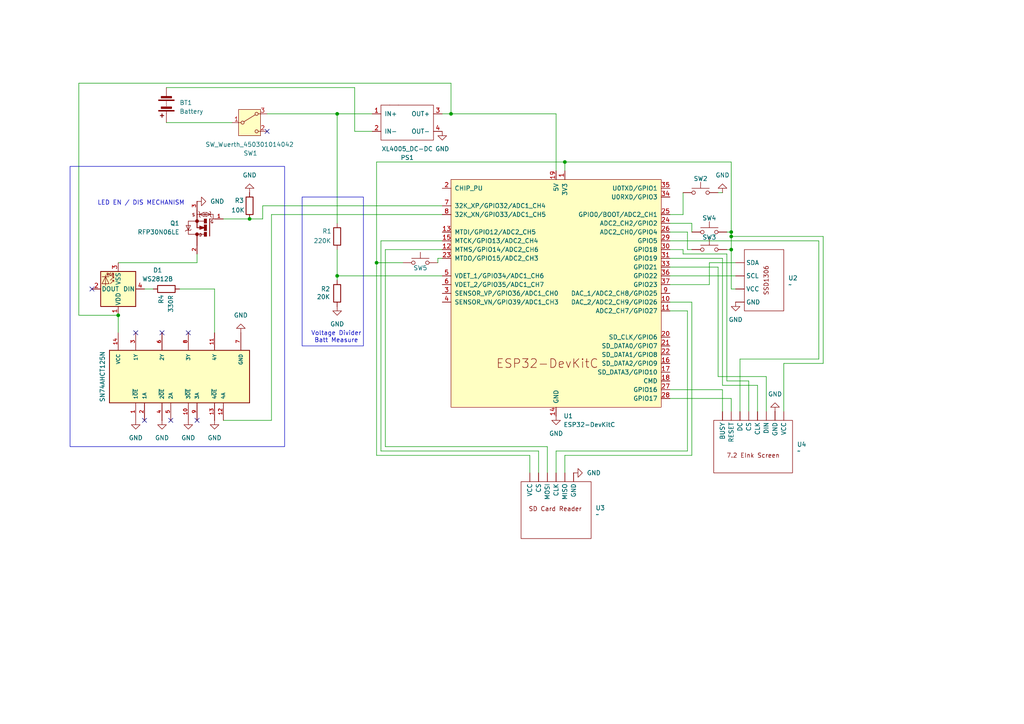
<source format=kicad_sch>
(kicad_sch
	(version 20250114)
	(generator "eeschema")
	(generator_version "9.0")
	(uuid "659bdfa4-8ef0-48d5-aee8-59139b6d6f5c")
	(paper "A4")
	(lib_symbols
		(symbol "Device:Battery"
			(pin_numbers
				(hide yes)
			)
			(pin_names
				(offset 0)
				(hide yes)
			)
			(exclude_from_sim no)
			(in_bom yes)
			(on_board yes)
			(property "Reference" "BT"
				(at 2.54 2.54 0)
				(effects
					(font
						(size 1.27 1.27)
					)
					(justify left)
				)
			)
			(property "Value" "Battery"
				(at 2.54 0 0)
				(effects
					(font
						(size 1.27 1.27)
					)
					(justify left)
				)
			)
			(property "Footprint" ""
				(at 0 1.524 90)
				(effects
					(font
						(size 1.27 1.27)
					)
					(hide yes)
				)
			)
			(property "Datasheet" "~"
				(at 0 1.524 90)
				(effects
					(font
						(size 1.27 1.27)
					)
					(hide yes)
				)
			)
			(property "Description" "Multiple-cell battery"
				(at 0 0 0)
				(effects
					(font
						(size 1.27 1.27)
					)
					(hide yes)
				)
			)
			(property "ki_keywords" "batt voltage-source cell"
				(at 0 0 0)
				(effects
					(font
						(size 1.27 1.27)
					)
					(hide yes)
				)
			)
			(symbol "Battery_0_1"
				(rectangle
					(start -2.286 1.778)
					(end 2.286 1.524)
					(stroke
						(width 0)
						(type default)
					)
					(fill
						(type outline)
					)
				)
				(rectangle
					(start -2.286 -1.27)
					(end 2.286 -1.524)
					(stroke
						(width 0)
						(type default)
					)
					(fill
						(type outline)
					)
				)
				(rectangle
					(start -1.524 1.016)
					(end 1.524 0.508)
					(stroke
						(width 0)
						(type default)
					)
					(fill
						(type outline)
					)
				)
				(rectangle
					(start -1.524 -2.032)
					(end 1.524 -2.54)
					(stroke
						(width 0)
						(type default)
					)
					(fill
						(type outline)
					)
				)
				(polyline
					(pts
						(xy 0 1.778) (xy 0 2.54)
					)
					(stroke
						(width 0)
						(type default)
					)
					(fill
						(type none)
					)
				)
				(polyline
					(pts
						(xy 0 0) (xy 0 0.254)
					)
					(stroke
						(width 0)
						(type default)
					)
					(fill
						(type none)
					)
				)
				(polyline
					(pts
						(xy 0 -0.508) (xy 0 -0.254)
					)
					(stroke
						(width 0)
						(type default)
					)
					(fill
						(type none)
					)
				)
				(polyline
					(pts
						(xy 0 -1.016) (xy 0 -0.762)
					)
					(stroke
						(width 0)
						(type default)
					)
					(fill
						(type none)
					)
				)
				(polyline
					(pts
						(xy 0.762 3.048) (xy 1.778 3.048)
					)
					(stroke
						(width 0.254)
						(type default)
					)
					(fill
						(type none)
					)
				)
				(polyline
					(pts
						(xy 1.27 3.556) (xy 1.27 2.54)
					)
					(stroke
						(width 0.254)
						(type default)
					)
					(fill
						(type none)
					)
				)
			)
			(symbol "Battery_1_1"
				(pin passive line
					(at 0 5.08 270)
					(length 2.54)
					(name "+"
						(effects
							(font
								(size 1.27 1.27)
							)
						)
					)
					(number "1"
						(effects
							(font
								(size 1.27 1.27)
							)
						)
					)
				)
				(pin passive line
					(at 0 -5.08 90)
					(length 2.54)
					(name "-"
						(effects
							(font
								(size 1.27 1.27)
							)
						)
					)
					(number "2"
						(effects
							(font
								(size 1.27 1.27)
							)
						)
					)
				)
			)
			(embedded_fonts no)
		)
		(symbol "Device:R"
			(pin_numbers
				(hide yes)
			)
			(pin_names
				(offset 0)
			)
			(exclude_from_sim no)
			(in_bom yes)
			(on_board yes)
			(property "Reference" "R"
				(at 2.032 0 90)
				(effects
					(font
						(size 1.27 1.27)
					)
				)
			)
			(property "Value" "R"
				(at 0 0 90)
				(effects
					(font
						(size 1.27 1.27)
					)
				)
			)
			(property "Footprint" ""
				(at -1.778 0 90)
				(effects
					(font
						(size 1.27 1.27)
					)
					(hide yes)
				)
			)
			(property "Datasheet" "~"
				(at 0 0 0)
				(effects
					(font
						(size 1.27 1.27)
					)
					(hide yes)
				)
			)
			(property "Description" "Resistor"
				(at 0 0 0)
				(effects
					(font
						(size 1.27 1.27)
					)
					(hide yes)
				)
			)
			(property "ki_keywords" "R res resistor"
				(at 0 0 0)
				(effects
					(font
						(size 1.27 1.27)
					)
					(hide yes)
				)
			)
			(property "ki_fp_filters" "R_*"
				(at 0 0 0)
				(effects
					(font
						(size 1.27 1.27)
					)
					(hide yes)
				)
			)
			(symbol "R_0_1"
				(rectangle
					(start -1.016 -2.54)
					(end 1.016 2.54)
					(stroke
						(width 0.254)
						(type default)
					)
					(fill
						(type none)
					)
				)
			)
			(symbol "R_1_1"
				(pin passive line
					(at 0 3.81 270)
					(length 1.27)
					(name "~"
						(effects
							(font
								(size 1.27 1.27)
							)
						)
					)
					(number "1"
						(effects
							(font
								(size 1.27 1.27)
							)
						)
					)
				)
				(pin passive line
					(at 0 -3.81 90)
					(length 1.27)
					(name "~"
						(effects
							(font
								(size 1.27 1.27)
							)
						)
					)
					(number "2"
						(effects
							(font
								(size 1.27 1.27)
							)
						)
					)
				)
			)
			(embedded_fonts no)
		)
		(symbol "EConBadgeSymbols:EInkScreeen"
			(exclude_from_sim no)
			(in_bom yes)
			(on_board yes)
			(property "Reference" "U"
				(at 0 0 0)
				(effects
					(font
						(size 1.27 1.27)
					)
				)
			)
			(property "Value" ""
				(at 0 0 0)
				(effects
					(font
						(size 1.27 1.27)
					)
				)
			)
			(property "Footprint" ""
				(at 0 0 0)
				(effects
					(font
						(size 1.27 1.27)
					)
					(hide yes)
				)
			)
			(property "Datasheet" ""
				(at 0 0 0)
				(effects
					(font
						(size 1.27 1.27)
					)
					(hide yes)
				)
			)
			(property "Description" ""
				(at 0 0 0)
				(effects
					(font
						(size 1.27 1.27)
					)
					(hide yes)
				)
			)
			(symbol "EInkScreeen_0_1"
				(rectangle
					(start -11.43 12.7)
					(end 11.43 -2.54)
					(stroke
						(width 0)
						(type default)
					)
					(fill
						(type none)
					)
				)
			)
			(symbol "EInkScreeen_1_1"
				(text "7.2 EInk Screen\n"
					(at 0 2.54 0)
					(effects
						(font
							(size 1.27 1.27)
						)
					)
				)
				(pin bidirectional line
					(at -8.89 15.24 270)
					(length 2.54)
					(name "BUSY"
						(effects
							(font
								(size 1.27 1.27)
							)
						)
					)
					(number ""
						(effects
							(font
								(size 1.27 1.27)
							)
						)
					)
				)
				(pin bidirectional line
					(at -6.35 15.24 270)
					(length 2.54)
					(name "RESET"
						(effects
							(font
								(size 1.27 1.27)
							)
						)
					)
					(number ""
						(effects
							(font
								(size 1.27 1.27)
							)
						)
					)
				)
				(pin bidirectional line
					(at -3.81 15.24 270)
					(length 2.54)
					(name "DC"
						(effects
							(font
								(size 1.27 1.27)
							)
						)
					)
					(number ""
						(effects
							(font
								(size 1.27 1.27)
							)
						)
					)
				)
				(pin bidirectional line
					(at -1.27 15.24 270)
					(length 2.54)
					(name "CS"
						(effects
							(font
								(size 1.27 1.27)
							)
						)
					)
					(number ""
						(effects
							(font
								(size 1.27 1.27)
							)
						)
					)
				)
				(pin bidirectional line
					(at 1.27 15.24 270)
					(length 2.54)
					(name "CLK"
						(effects
							(font
								(size 1.27 1.27)
							)
						)
					)
					(number ""
						(effects
							(font
								(size 1.27 1.27)
							)
						)
					)
				)
				(pin bidirectional line
					(at 3.81 15.24 270)
					(length 2.54)
					(name "DIN"
						(effects
							(font
								(size 1.27 1.27)
							)
						)
					)
					(number ""
						(effects
							(font
								(size 1.27 1.27)
							)
						)
					)
				)
				(pin bidirectional line
					(at 6.35 15.24 270)
					(length 2.54)
					(name "GND"
						(effects
							(font
								(size 1.27 1.27)
							)
						)
					)
					(number ""
						(effects
							(font
								(size 1.27 1.27)
							)
						)
					)
				)
				(pin bidirectional line
					(at 8.89 15.24 270)
					(length 2.54)
					(name "VCC"
						(effects
							(font
								(size 1.27 1.27)
							)
						)
					)
					(number ""
						(effects
							(font
								(size 1.27 1.27)
							)
						)
					)
				)
			)
			(embedded_fonts no)
		)
		(symbol "EConBadgeSymbols:SD_CARD_READER"
			(exclude_from_sim no)
			(in_bom yes)
			(on_board yes)
			(property "Reference" "U"
				(at 0 0 0)
				(effects
					(font
						(size 1.27 1.27)
					)
				)
			)
			(property "Value" ""
				(at 0 0 0)
				(effects
					(font
						(size 1.27 1.27)
					)
				)
			)
			(property "Footprint" ""
				(at 0 0 0)
				(effects
					(font
						(size 1.27 1.27)
					)
					(hide yes)
				)
			)
			(property "Datasheet" ""
				(at 0 0 0)
				(effects
					(font
						(size 1.27 1.27)
					)
					(hide yes)
				)
			)
			(property "Description" ""
				(at 0 0 0)
				(effects
					(font
						(size 1.27 1.27)
					)
					(hide yes)
				)
			)
			(symbol "SD_CARD_READER_0_1"
				(rectangle
					(start -10.16 12.7)
					(end 10.16 -3.81)
					(stroke
						(width 0)
						(type default)
					)
					(fill
						(type none)
					)
				)
			)
			(symbol "SD_CARD_READER_1_1"
				(text "SD Card Reader\n"
					(at -0.254 4.826 0)
					(effects
						(font
							(size 1.27 1.27)
						)
					)
				)
				(pin bidirectional line
					(at -7.62 15.24 270)
					(length 2.54)
					(name "VCC"
						(effects
							(font
								(size 1.27 1.27)
							)
						)
					)
					(number ""
						(effects
							(font
								(size 1.27 1.27)
							)
						)
					)
				)
				(pin bidirectional line
					(at -5.08 15.24 270)
					(length 2.54)
					(name "CS"
						(effects
							(font
								(size 1.27 1.27)
							)
						)
					)
					(number ""
						(effects
							(font
								(size 1.27 1.27)
							)
						)
					)
				)
				(pin bidirectional line
					(at -2.54 15.24 270)
					(length 2.54)
					(name "MOSI"
						(effects
							(font
								(size 1.27 1.27)
							)
						)
					)
					(number ""
						(effects
							(font
								(size 1.27 1.27)
							)
						)
					)
				)
				(pin bidirectional line
					(at 0 15.24 270)
					(length 2.54)
					(name "CLK"
						(effects
							(font
								(size 1.27 1.27)
							)
						)
					)
					(number ""
						(effects
							(font
								(size 1.27 1.27)
							)
						)
					)
				)
				(pin bidirectional line
					(at 2.54 15.24 270)
					(length 2.54)
					(name "MISO"
						(effects
							(font
								(size 1.27 1.27)
							)
						)
					)
					(number ""
						(effects
							(font
								(size 1.27 1.27)
							)
						)
					)
				)
				(pin bidirectional line
					(at 5.08 15.24 270)
					(length 2.54)
					(name "GND"
						(effects
							(font
								(size 1.27 1.27)
							)
						)
					)
					(number ""
						(effects
							(font
								(size 1.27 1.27)
							)
						)
					)
				)
			)
			(embedded_fonts no)
		)
		(symbol "EConBadgeSymbols:SSD1308"
			(exclude_from_sim no)
			(in_bom yes)
			(on_board yes)
			(property "Reference" "U"
				(at 0 -2.286 0)
				(effects
					(font
						(size 1.27 1.27)
					)
				)
			)
			(property "Value" ""
				(at 0 0 0)
				(effects
					(font
						(size 1.27 1.27)
					)
				)
			)
			(property "Footprint" ""
				(at 0 0 0)
				(effects
					(font
						(size 1.27 1.27)
					)
					(hide yes)
				)
			)
			(property "Datasheet" ""
				(at 0 0 0)
				(effects
					(font
						(size 1.27 1.27)
					)
					(hide yes)
				)
			)
			(property "Description" ""
				(at 0 0 0)
				(effects
					(font
						(size 1.27 1.27)
					)
					(hide yes)
				)
			)
			(symbol "SSD1308_0_1"
				(rectangle
					(start -8.89 7.62)
					(end 8.89 -3.81)
					(stroke
						(width 0)
						(type default)
					)
					(fill
						(type none)
					)
				)
			)
			(symbol "SSD1308_1_1"
				(text "SSD1306"
					(at 0 1.27 0)
					(effects
						(font
							(size 1.27 1.27)
						)
					)
				)
				(pin bidirectional line
					(at -6.35 10.16 270)
					(length 2.54)
					(name "GND"
						(effects
							(font
								(size 1.27 1.27)
							)
						)
					)
					(number ""
						(effects
							(font
								(size 1.27 1.27)
							)
						)
					)
				)
				(pin bidirectional line
					(at -2.54 10.16 270)
					(length 2.54)
					(name "VCC"
						(effects
							(font
								(size 1.27 1.27)
							)
						)
					)
					(number ""
						(effects
							(font
								(size 1.27 1.27)
							)
						)
					)
				)
				(pin bidirectional line
					(at 1.27 10.16 270)
					(length 2.54)
					(name "SCL"
						(effects
							(font
								(size 1.27 1.27)
							)
						)
					)
					(number ""
						(effects
							(font
								(size 1.27 1.27)
							)
						)
					)
				)
				(pin bidirectional line
					(at 5.08 10.16 270)
					(length 2.54)
					(name "SDA"
						(effects
							(font
								(size 1.27 1.27)
							)
						)
					)
					(number ""
						(effects
							(font
								(size 1.27 1.27)
							)
						)
					)
				)
			)
			(embedded_fonts no)
		)
		(symbol "LED:WS2812B"
			(pin_names
				(offset 0.254)
			)
			(exclude_from_sim no)
			(in_bom yes)
			(on_board yes)
			(property "Reference" "D"
				(at 5.08 5.715 0)
				(effects
					(font
						(size 1.27 1.27)
					)
					(justify right bottom)
				)
			)
			(property "Value" "WS2812B"
				(at 1.27 -5.715 0)
				(effects
					(font
						(size 1.27 1.27)
					)
					(justify left top)
				)
			)
			(property "Footprint" "LED_SMD:LED_WS2812B_PLCC4_5.0x5.0mm_P3.2mm"
				(at 1.27 -7.62 0)
				(effects
					(font
						(size 1.27 1.27)
					)
					(justify left top)
					(hide yes)
				)
			)
			(property "Datasheet" "https://cdn-shop.adafruit.com/datasheets/WS2812B.pdf"
				(at 2.54 -9.525 0)
				(effects
					(font
						(size 1.27 1.27)
					)
					(justify left top)
					(hide yes)
				)
			)
			(property "Description" "RGB LED with integrated controller"
				(at 0 0 0)
				(effects
					(font
						(size 1.27 1.27)
					)
					(hide yes)
				)
			)
			(property "ki_keywords" "RGB LED NeoPixel addressable"
				(at 0 0 0)
				(effects
					(font
						(size 1.27 1.27)
					)
					(hide yes)
				)
			)
			(property "ki_fp_filters" "LED*WS2812*PLCC*5.0x5.0mm*P3.2mm*"
				(at 0 0 0)
				(effects
					(font
						(size 1.27 1.27)
					)
					(hide yes)
				)
			)
			(symbol "WS2812B_0_0"
				(text "RGB"
					(at 2.286 -4.191 0)
					(effects
						(font
							(size 0.762 0.762)
						)
					)
				)
			)
			(symbol "WS2812B_0_1"
				(polyline
					(pts
						(xy 1.27 -2.54) (xy 1.778 -2.54)
					)
					(stroke
						(width 0)
						(type default)
					)
					(fill
						(type none)
					)
				)
				(polyline
					(pts
						(xy 1.27 -3.556) (xy 1.778 -3.556)
					)
					(stroke
						(width 0)
						(type default)
					)
					(fill
						(type none)
					)
				)
				(polyline
					(pts
						(xy 2.286 -1.524) (xy 1.27 -2.54) (xy 1.27 -2.032)
					)
					(stroke
						(width 0)
						(type default)
					)
					(fill
						(type none)
					)
				)
				(polyline
					(pts
						(xy 2.286 -2.54) (xy 1.27 -3.556) (xy 1.27 -3.048)
					)
					(stroke
						(width 0)
						(type default)
					)
					(fill
						(type none)
					)
				)
				(polyline
					(pts
						(xy 3.683 -1.016) (xy 3.683 -3.556) (xy 3.683 -4.064)
					)
					(stroke
						(width 0)
						(type default)
					)
					(fill
						(type none)
					)
				)
				(polyline
					(pts
						(xy 4.699 -1.524) (xy 2.667 -1.524) (xy 3.683 -3.556) (xy 4.699 -1.524)
					)
					(stroke
						(width 0)
						(type default)
					)
					(fill
						(type none)
					)
				)
				(polyline
					(pts
						(xy 4.699 -3.556) (xy 2.667 -3.556)
					)
					(stroke
						(width 0)
						(type default)
					)
					(fill
						(type none)
					)
				)
				(rectangle
					(start 5.08 5.08)
					(end -5.08 -5.08)
					(stroke
						(width 0.254)
						(type default)
					)
					(fill
						(type background)
					)
				)
			)
			(symbol "WS2812B_1_1"
				(pin input line
					(at -7.62 0 0)
					(length 2.54)
					(name "DIN"
						(effects
							(font
								(size 1.27 1.27)
							)
						)
					)
					(number "4"
						(effects
							(font
								(size 1.27 1.27)
							)
						)
					)
				)
				(pin power_in line
					(at 0 7.62 270)
					(length 2.54)
					(name "VDD"
						(effects
							(font
								(size 1.27 1.27)
							)
						)
					)
					(number "1"
						(effects
							(font
								(size 1.27 1.27)
							)
						)
					)
				)
				(pin power_in line
					(at 0 -7.62 90)
					(length 2.54)
					(name "VSS"
						(effects
							(font
								(size 1.27 1.27)
							)
						)
					)
					(number "3"
						(effects
							(font
								(size 1.27 1.27)
							)
						)
					)
				)
				(pin output line
					(at 7.62 0 180)
					(length 2.54)
					(name "DOUT"
						(effects
							(font
								(size 1.27 1.27)
							)
						)
					)
					(number "2"
						(effects
							(font
								(size 1.27 1.27)
							)
						)
					)
				)
			)
			(embedded_fonts no)
		)
		(symbol "PCM_Espressif:ESP32-DevKitC"
			(pin_names
				(offset 1.016)
			)
			(exclude_from_sim no)
			(in_bom yes)
			(on_board yes)
			(property "Reference" "U"
				(at -30.48 38.1 0)
				(effects
					(font
						(size 1.27 1.27)
					)
					(justify left)
				)
			)
			(property "Value" "ESP32-DevKitC"
				(at -30.48 35.56 0)
				(effects
					(font
						(size 1.27 1.27)
					)
					(justify left)
				)
			)
			(property "Footprint" "PCM_Espressif:ESP32-DevKitC"
				(at 0 -43.18 0)
				(effects
					(font
						(size 1.27 1.27)
					)
					(hide yes)
				)
			)
			(property "Datasheet" "https://docs.espressif.com/projects/esp-idf/zh_CN/latest/esp32/hw-reference/esp32/get-started-devkitc.html"
				(at 0 -45.72 0)
				(effects
					(font
						(size 1.27 1.27)
					)
					(hide yes)
				)
			)
			(property "Description" "Development Kit"
				(at 0 0 0)
				(effects
					(font
						(size 1.27 1.27)
					)
					(hide yes)
				)
			)
			(property "ki_keywords" "ESP32"
				(at 0 0 0)
				(effects
					(font
						(size 1.27 1.27)
					)
					(hide yes)
				)
			)
			(symbol "ESP32-DevKitC_0_0"
				(text "ESP32-DevKitC"
					(at -2.54 -20.32 0)
					(effects
						(font
							(size 2.54 2.54)
						)
					)
				)
				(pin power_in line
					(at 0 35.56 270)
					(length 2.54)
					(name "5V"
						(effects
							(font
								(size 1.27 1.27)
							)
						)
					)
					(number "19"
						(effects
							(font
								(size 1.27 1.27)
							)
						)
					)
				)
				(pin power_in line
					(at 0 -35.56 90)
					(length 2.54)
					(name "GND"
						(effects
							(font
								(size 1.27 1.27)
							)
						)
					)
					(number "14"
						(effects
							(font
								(size 1.27 1.27)
							)
						)
					)
				)
			)
			(symbol "ESP32-DevKitC_0_1"
				(rectangle
					(start -30.48 33.02)
					(end 30.48 -33.02)
					(stroke
						(width 0)
						(type default)
					)
					(fill
						(type background)
					)
				)
			)
			(symbol "ESP32-DevKitC_1_1"
				(pin input line
					(at -33.02 30.48 0)
					(length 2.54)
					(name "CHIP_PU"
						(effects
							(font
								(size 1.27 1.27)
							)
						)
					)
					(number "2"
						(effects
							(font
								(size 1.27 1.27)
							)
						)
					)
				)
				(pin bidirectional line
					(at -33.02 25.4 0)
					(length 2.54)
					(name "32K_XP/GPIO32/ADC1_CH4"
						(effects
							(font
								(size 1.27 1.27)
							)
						)
					)
					(number "7"
						(effects
							(font
								(size 1.27 1.27)
							)
						)
					)
				)
				(pin bidirectional line
					(at -33.02 22.86 0)
					(length 2.54)
					(name "32K_XN/GPIO33/ADC1_CH5"
						(effects
							(font
								(size 1.27 1.27)
							)
						)
					)
					(number "8"
						(effects
							(font
								(size 1.27 1.27)
							)
						)
					)
				)
				(pin bidirectional line
					(at -33.02 17.78 0)
					(length 2.54)
					(name "MTDI/GPIO12/ADC2_CH5"
						(effects
							(font
								(size 1.27 1.27)
							)
						)
					)
					(number "13"
						(effects
							(font
								(size 1.27 1.27)
							)
						)
					)
				)
				(pin bidirectional line
					(at -33.02 15.24 0)
					(length 2.54)
					(name "MTCK/GPIO13/ADC2_CH4"
						(effects
							(font
								(size 1.27 1.27)
							)
						)
					)
					(number "15"
						(effects
							(font
								(size 1.27 1.27)
							)
						)
					)
				)
				(pin bidirectional line
					(at -33.02 12.7 0)
					(length 2.54)
					(name "MTMS/GPIO14/ADC2_CH6"
						(effects
							(font
								(size 1.27 1.27)
							)
						)
					)
					(number "12"
						(effects
							(font
								(size 1.27 1.27)
							)
						)
					)
				)
				(pin bidirectional line
					(at -33.02 10.16 0)
					(length 2.54)
					(name "MTDO/GPIO15/ADC2_CH3"
						(effects
							(font
								(size 1.27 1.27)
							)
						)
					)
					(number "23"
						(effects
							(font
								(size 1.27 1.27)
							)
						)
					)
				)
				(pin input line
					(at -33.02 5.08 0)
					(length 2.54)
					(name "VDET_1/GPIO34/ADC1_CH6"
						(effects
							(font
								(size 1.27 1.27)
							)
						)
					)
					(number "5"
						(effects
							(font
								(size 1.27 1.27)
							)
						)
					)
				)
				(pin input line
					(at -33.02 2.54 0)
					(length 2.54)
					(name "VDET_2/GPIO35/ADC1_CH7"
						(effects
							(font
								(size 1.27 1.27)
							)
						)
					)
					(number "6"
						(effects
							(font
								(size 1.27 1.27)
							)
						)
					)
				)
				(pin input line
					(at -33.02 0 0)
					(length 2.54)
					(name "SENSOR_VP/GPIO36/ADC1_CH0"
						(effects
							(font
								(size 1.27 1.27)
							)
						)
					)
					(number "3"
						(effects
							(font
								(size 1.27 1.27)
							)
						)
					)
				)
				(pin input line
					(at -33.02 -2.54 0)
					(length 2.54)
					(name "SENSOR_VN/GPIO39/ADC1_CH3"
						(effects
							(font
								(size 1.27 1.27)
							)
						)
					)
					(number "4"
						(effects
							(font
								(size 1.27 1.27)
							)
						)
					)
				)
				(pin passive line
					(at 0 -35.56 90)
					(length 2.54)
					(hide yes)
					(name "GND"
						(effects
							(font
								(size 1.27 1.27)
							)
						)
					)
					(number "32"
						(effects
							(font
								(size 1.27 1.27)
							)
						)
					)
				)
				(pin passive line
					(at 0 -35.56 90)
					(length 2.54)
					(hide yes)
					(name "GND"
						(effects
							(font
								(size 1.27 1.27)
							)
						)
					)
					(number "38"
						(effects
							(font
								(size 1.27 1.27)
							)
						)
					)
				)
				(pin power_in line
					(at 2.54 35.56 270)
					(length 2.54)
					(name "3V3"
						(effects
							(font
								(size 1.27 1.27)
							)
						)
					)
					(number "1"
						(effects
							(font
								(size 1.27 1.27)
							)
						)
					)
				)
				(pin bidirectional line
					(at 33.02 30.48 180)
					(length 2.54)
					(name "U0TXD/GPIO1"
						(effects
							(font
								(size 1.27 1.27)
							)
						)
					)
					(number "35"
						(effects
							(font
								(size 1.27 1.27)
							)
						)
					)
				)
				(pin bidirectional line
					(at 33.02 27.94 180)
					(length 2.54)
					(name "U0RXD/GPIO3"
						(effects
							(font
								(size 1.27 1.27)
							)
						)
					)
					(number "34"
						(effects
							(font
								(size 1.27 1.27)
							)
						)
					)
				)
				(pin bidirectional line
					(at 33.02 22.86 180)
					(length 2.54)
					(name "GPIO0/BOOT/ADC2_CH1"
						(effects
							(font
								(size 1.27 1.27)
							)
						)
					)
					(number "25"
						(effects
							(font
								(size 1.27 1.27)
							)
						)
					)
				)
				(pin bidirectional line
					(at 33.02 20.32 180)
					(length 2.54)
					(name "ADC2_CH2/GPIO2"
						(effects
							(font
								(size 1.27 1.27)
							)
						)
					)
					(number "24"
						(effects
							(font
								(size 1.27 1.27)
							)
						)
					)
				)
				(pin bidirectional line
					(at 33.02 17.78 180)
					(length 2.54)
					(name "ADC2_CH0/GPIO4"
						(effects
							(font
								(size 1.27 1.27)
							)
						)
					)
					(number "26"
						(effects
							(font
								(size 1.27 1.27)
							)
						)
					)
				)
				(pin bidirectional line
					(at 33.02 15.24 180)
					(length 2.54)
					(name "GPIO5"
						(effects
							(font
								(size 1.27 1.27)
							)
						)
					)
					(number "29"
						(effects
							(font
								(size 1.27 1.27)
							)
						)
					)
				)
				(pin bidirectional line
					(at 33.02 12.7 180)
					(length 2.54)
					(name "GPIO18"
						(effects
							(font
								(size 1.27 1.27)
							)
						)
					)
					(number "30"
						(effects
							(font
								(size 1.27 1.27)
							)
						)
					)
				)
				(pin bidirectional line
					(at 33.02 10.16 180)
					(length 2.54)
					(name "GPIO19"
						(effects
							(font
								(size 1.27 1.27)
							)
						)
					)
					(number "31"
						(effects
							(font
								(size 1.27 1.27)
							)
						)
					)
				)
				(pin bidirectional line
					(at 33.02 7.62 180)
					(length 2.54)
					(name "GPIO21"
						(effects
							(font
								(size 1.27 1.27)
							)
						)
					)
					(number "33"
						(effects
							(font
								(size 1.27 1.27)
							)
						)
					)
				)
				(pin bidirectional line
					(at 33.02 5.08 180)
					(length 2.54)
					(name "GPIO22"
						(effects
							(font
								(size 1.27 1.27)
							)
						)
					)
					(number "36"
						(effects
							(font
								(size 1.27 1.27)
							)
						)
					)
				)
				(pin bidirectional line
					(at 33.02 2.54 180)
					(length 2.54)
					(name "GPIO23"
						(effects
							(font
								(size 1.27 1.27)
							)
						)
					)
					(number "37"
						(effects
							(font
								(size 1.27 1.27)
							)
						)
					)
				)
				(pin bidirectional line
					(at 33.02 0 180)
					(length 2.54)
					(name "DAC_1/ADC2_CH8/GPIO25"
						(effects
							(font
								(size 1.27 1.27)
							)
						)
					)
					(number "9"
						(effects
							(font
								(size 1.27 1.27)
							)
						)
					)
				)
				(pin bidirectional line
					(at 33.02 -2.54 180)
					(length 2.54)
					(name "DAC_2/ADC2_CH9/GPIO26"
						(effects
							(font
								(size 1.27 1.27)
							)
						)
					)
					(number "10"
						(effects
							(font
								(size 1.27 1.27)
							)
						)
					)
				)
				(pin bidirectional line
					(at 33.02 -5.08 180)
					(length 2.54)
					(name "ADC2_CH7/GPIO27"
						(effects
							(font
								(size 1.27 1.27)
							)
						)
					)
					(number "11"
						(effects
							(font
								(size 1.27 1.27)
							)
						)
					)
				)
				(pin bidirectional line
					(at 33.02 -12.7 180)
					(length 2.54)
					(name "SD_CLK/GPIO6"
						(effects
							(font
								(size 1.27 1.27)
							)
						)
					)
					(number "20"
						(effects
							(font
								(size 1.27 1.27)
							)
						)
					)
				)
				(pin bidirectional line
					(at 33.02 -15.24 180)
					(length 2.54)
					(name "SD_DATA0/GPIO7"
						(effects
							(font
								(size 1.27 1.27)
							)
						)
					)
					(number "21"
						(effects
							(font
								(size 1.27 1.27)
							)
						)
					)
				)
				(pin bidirectional line
					(at 33.02 -17.78 180)
					(length 2.54)
					(name "SD_DATA1/GPIO8"
						(effects
							(font
								(size 1.27 1.27)
							)
						)
					)
					(number "22"
						(effects
							(font
								(size 1.27 1.27)
							)
						)
					)
				)
				(pin bidirectional line
					(at 33.02 -20.32 180)
					(length 2.54)
					(name "SD_DATA2/GPIO9"
						(effects
							(font
								(size 1.27 1.27)
							)
						)
					)
					(number "16"
						(effects
							(font
								(size 1.27 1.27)
							)
						)
					)
				)
				(pin bidirectional line
					(at 33.02 -22.86 180)
					(length 2.54)
					(name "SD_DATA3/GPIO10"
						(effects
							(font
								(size 1.27 1.27)
							)
						)
					)
					(number "17"
						(effects
							(font
								(size 1.27 1.27)
							)
						)
					)
				)
				(pin bidirectional line
					(at 33.02 -25.4 180)
					(length 2.54)
					(name "CMD"
						(effects
							(font
								(size 1.27 1.27)
							)
						)
					)
					(number "18"
						(effects
							(font
								(size 1.27 1.27)
							)
						)
					)
				)
				(pin bidirectional line
					(at 33.02 -27.94 180)
					(length 2.54)
					(name "GPIO16"
						(effects
							(font
								(size 1.27 1.27)
							)
						)
					)
					(number "27"
						(effects
							(font
								(size 1.27 1.27)
							)
						)
					)
				)
				(pin bidirectional line
					(at 33.02 -30.48 180)
					(length 2.54)
					(name "GPIO17"
						(effects
							(font
								(size 1.27 1.27)
							)
						)
					)
					(number "28"
						(effects
							(font
								(size 1.27 1.27)
							)
						)
					)
				)
			)
			(embedded_fonts no)
		)
		(symbol "RFP30N06LE:RFP30N06LE"
			(pin_names
				(offset 1.016)
			)
			(exclude_from_sim no)
			(in_bom yes)
			(on_board yes)
			(property "Reference" "Q"
				(at 5.0818 2.5409 0)
				(effects
					(font
						(size 1.27 1.27)
					)
					(justify left bottom)
				)
			)
			(property "Value" "RFP30N06LE"
				(at 5.0888 -2.5444 0)
				(effects
					(font
						(size 1.27 1.27)
					)
					(justify left bottom)
				)
			)
			(property "Footprint" "RFP30N06LE:TRANS_RFP30N06LE"
				(at 0 0 0)
				(effects
					(font
						(size 1.27 1.27)
					)
					(justify bottom)
					(hide yes)
				)
			)
			(property "Datasheet" ""
				(at 0 0 0)
				(effects
					(font
						(size 1.27 1.27)
					)
					(hide yes)
				)
			)
			(property "Description" ""
				(at 0 0 0)
				(effects
					(font
						(size 1.27 1.27)
					)
					(hide yes)
				)
			)
			(property "MANUFACTURER" "FAIRCHILD SEMICONDUCTORS"
				(at 0 0 0)
				(effects
					(font
						(size 1.27 1.27)
					)
					(justify bottom)
					(hide yes)
				)
			)
			(symbol "RFP30N06LE_0_0"
				(polyline
					(pts
						(xy -4.6736 -2.54) (xy -5.08 -2.54)
					)
					(stroke
						(width 0.1524)
						(type default)
					)
					(fill
						(type none)
					)
				)
				(polyline
					(pts
						(xy -4.6736 -2.54) (xy -4.6736 -3.8608)
					)
					(stroke
						(width 0.1524)
						(type default)
					)
					(fill
						(type none)
					)
				)
				(polyline
					(pts
						(xy -4.6736 -3.8608) (xy -3.937 -3.8608)
					)
					(stroke
						(width 0.1524)
						(type default)
					)
					(fill
						(type none)
					)
				)
				(polyline
					(pts
						(xy -4.2164 -3.0226) (xy -3.937 -3.2258)
					)
					(stroke
						(width 0.1524)
						(type default)
					)
					(fill
						(type none)
					)
				)
				(polyline
					(pts
						(xy -3.937 -3.8608) (xy -3.937 -3.2258)
					)
					(stroke
						(width 0.1524)
						(type default)
					)
					(fill
						(type none)
					)
				)
				(polyline
					(pts
						(xy -3.937 -3.8608) (xy -2.54 -4.4958)
					)
					(stroke
						(width 0.1524)
						(type default)
					)
					(fill
						(type none)
					)
				)
				(polyline
					(pts
						(xy -3.937 -3.8608) (xy -1.27 -3.8608)
					)
					(stroke
						(width 0.1524)
						(type default)
					)
					(fill
						(type none)
					)
				)
				(polyline
					(pts
						(xy -3.937 -4.4958) (xy -3.937 -3.8608)
					)
					(stroke
						(width 0.1524)
						(type default)
					)
					(fill
						(type none)
					)
				)
				(polyline
					(pts
						(xy -3.937 -4.4958) (xy -3.6576 -4.699)
					)
					(stroke
						(width 0.1524)
						(type default)
					)
					(fill
						(type none)
					)
				)
				(polyline
					(pts
						(xy -3.6576 2.413) (xy -3.6576 -2.54)
					)
					(stroke
						(width 0.254)
						(type default)
					)
					(fill
						(type none)
					)
				)
				(polyline
					(pts
						(xy -3.6576 -2.54) (xy -4.6736 -2.54)
					)
					(stroke
						(width 0.1524)
						(type default)
					)
					(fill
						(type none)
					)
				)
				(rectangle
					(start -2.7992 -2.5448)
					(end -2.032 -1.27)
					(stroke
						(width 0.1)
						(type default)
					)
					(fill
						(type outline)
					)
				)
				(rectangle
					(start -2.7986 1.2721)
					(end -2.032 2.54)
					(stroke
						(width 0.1)
						(type default)
					)
					(fill
						(type outline)
					)
				)
				(rectangle
					(start -2.7957 -0.8895)
					(end -2.032 0.889)
					(stroke
						(width 0.1)
						(type default)
					)
					(fill
						(type outline)
					)
				)
				(polyline
					(pts
						(xy -2.54 -3.2258) (xy -3.937 -3.8608)
					)
					(stroke
						(width 0.1524)
						(type default)
					)
					(fill
						(type none)
					)
				)
				(polyline
					(pts
						(xy -2.54 -4.4958) (xy -2.54 -3.2258)
					)
					(stroke
						(width 0.1524)
						(type default)
					)
					(fill
						(type none)
					)
				)
				(polyline
					(pts
						(xy -2.286 0) (xy -0.762 -0.508)
					)
					(stroke
						(width 0.1524)
						(type default)
					)
					(fill
						(type none)
					)
				)
				(polyline
					(pts
						(xy -2.1082 -3.2258) (xy -2.1082 -4.4958)
					)
					(stroke
						(width 0.1524)
						(type default)
					)
					(fill
						(type none)
					)
				)
				(polyline
					(pts
						(xy -2.1082 -4.4958) (xy -0.7112 -3.8608)
					)
					(stroke
						(width 0.1524)
						(type default)
					)
					(fill
						(type none)
					)
				)
				(polyline
					(pts
						(xy -2.032 0) (xy -2.286 0)
					)
					(stroke
						(width 0.254)
						(type default)
					)
					(fill
						(type none)
					)
				)
				(polyline
					(pts
						(xy -2.032 0) (xy -0.889 -0.254)
					)
					(stroke
						(width 0.3048)
						(type default)
					)
					(fill
						(type none)
					)
				)
				(polyline
					(pts
						(xy -2.032 -1.905) (xy 0 -1.905)
					)
					(stroke
						(width 0.1524)
						(type default)
					)
					(fill
						(type none)
					)
				)
				(polyline
					(pts
						(xy -1.905 0) (xy -2.032 0)
					)
					(stroke
						(width 0.254)
						(type default)
					)
					(fill
						(type none)
					)
				)
				(polyline
					(pts
						(xy -1.143 0.254) (xy -2.032 0)
					)
					(stroke
						(width 0.3048)
						(type default)
					)
					(fill
						(type none)
					)
				)
				(polyline
					(pts
						(xy -0.889 0.254) (xy -2.286 0)
					)
					(stroke
						(width 0.1524)
						(type default)
					)
					(fill
						(type none)
					)
				)
				(polyline
					(pts
						(xy -0.889 0.254) (xy -1.905 0)
					)
					(stroke
						(width 0.3048)
						(type default)
					)
					(fill
						(type none)
					)
				)
				(polyline
					(pts
						(xy -0.889 -0.254) (xy -0.889 0.254)
					)
					(stroke
						(width 0.3048)
						(type default)
					)
					(fill
						(type none)
					)
				)
				(polyline
					(pts
						(xy -0.762 0.508) (xy -2.286 0)
					)
					(stroke
						(width 0.1524)
						(type default)
					)
					(fill
						(type none)
					)
				)
				(polyline
					(pts
						(xy -0.762 0) (xy -1.905 0)
					)
					(stroke
						(width 0.254)
						(type default)
					)
					(fill
						(type none)
					)
				)
				(polyline
					(pts
						(xy -0.762 0) (xy -0.762 0.508)
					)
					(stroke
						(width 0.1524)
						(type default)
					)
					(fill
						(type none)
					)
				)
				(polyline
					(pts
						(xy -0.762 0) (xy 0 0)
					)
					(stroke
						(width 0.254)
						(type default)
					)
					(fill
						(type none)
					)
				)
				(polyline
					(pts
						(xy -0.762 -0.508) (xy -0.762 0)
					)
					(stroke
						(width 0.1524)
						(type default)
					)
					(fill
						(type none)
					)
				)
				(polyline
					(pts
						(xy -0.7112 -3.2258) (xy -0.9906 -3.0226)
					)
					(stroke
						(width 0.1524)
						(type default)
					)
					(fill
						(type none)
					)
				)
				(polyline
					(pts
						(xy -0.7112 -3.2258) (xy -0.7112 -3.8608)
					)
					(stroke
						(width 0.1524)
						(type default)
					)
					(fill
						(type none)
					)
				)
				(polyline
					(pts
						(xy -0.7112 -3.8608) (xy -3.3782 -3.8608)
					)
					(stroke
						(width 0.1524)
						(type default)
					)
					(fill
						(type none)
					)
				)
				(polyline
					(pts
						(xy -0.7112 -3.8608) (xy -2.1082 -3.2258)
					)
					(stroke
						(width 0.1524)
						(type default)
					)
					(fill
						(type none)
					)
				)
				(polyline
					(pts
						(xy -0.7112 -3.8608) (xy -0.7112 -4.4958)
					)
					(stroke
						(width 0.1524)
						(type default)
					)
					(fill
						(type none)
					)
				)
				(polyline
					(pts
						(xy -0.4318 -4.699) (xy -0.7112 -4.4958)
					)
					(stroke
						(width 0.1524)
						(type default)
					)
					(fill
						(type none)
					)
				)
				(polyline
					(pts
						(xy 0 5.08) (xy 0 2.032)
					)
					(stroke
						(width 0.254)
						(type default)
					)
					(fill
						(type none)
					)
				)
				(polyline
					(pts
						(xy 0 2.032) (xy 0 1.905)
					)
					(stroke
						(width 0.1524)
						(type default)
					)
					(fill
						(type none)
					)
				)
				(circle
					(center 0 1.905)
					(radius 0.127)
					(stroke
						(width 0.4064)
						(type default)
					)
					(fill
						(type none)
					)
				)
				(polyline
					(pts
						(xy 0 1.905) (xy -2.0066 1.905)
					)
					(stroke
						(width 0.1524)
						(type default)
					)
					(fill
						(type none)
					)
				)
				(polyline
					(pts
						(xy 0 1.905) (xy 2.54 1.905)
					)
					(stroke
						(width 0.1524)
						(type default)
					)
					(fill
						(type none)
					)
				)
				(polyline
					(pts
						(xy 0 0) (xy 0 -1.778)
					)
					(stroke
						(width 0.254)
						(type default)
					)
					(fill
						(type none)
					)
				)
				(polyline
					(pts
						(xy 0 -1.905) (xy 0 -2.032)
					)
					(stroke
						(width 0.1524)
						(type default)
					)
					(fill
						(type none)
					)
				)
				(circle
					(center 0 -1.905)
					(radius 0.127)
					(stroke
						(width 0.4064)
						(type default)
					)
					(fill
						(type none)
					)
				)
				(polyline
					(pts
						(xy 0 -3.8608) (xy -0.7112 -3.8608)
					)
					(stroke
						(width 0.1524)
						(type default)
					)
					(fill
						(type none)
					)
				)
				(polyline
					(pts
						(xy 0 -3.8608) (xy 0 -2.032)
					)
					(stroke
						(width 0.254)
						(type default)
					)
					(fill
						(type none)
					)
				)
				(polyline
					(pts
						(xy 0 -5.08) (xy 0 -3.8608)
					)
					(stroke
						(width 0.254)
						(type default)
					)
					(fill
						(type none)
					)
				)
				(polyline
					(pts
						(xy 1.905 0.762) (xy 1.7018 0.4826)
					)
					(stroke
						(width 0.1524)
						(type default)
					)
					(fill
						(type none)
					)
				)
				(polyline
					(pts
						(xy 1.905 0.762) (xy 2.54 0.762)
					)
					(stroke
						(width 0.1524)
						(type default)
					)
					(fill
						(type none)
					)
				)
				(polyline
					(pts
						(xy 1.905 -0.635) (xy 3.175 -0.635)
					)
					(stroke
						(width 0.1524)
						(type default)
					)
					(fill
						(type none)
					)
				)
				(polyline
					(pts
						(xy 2.54 1.905) (xy 2.54 0.762)
					)
					(stroke
						(width 0.1524)
						(type default)
					)
					(fill
						(type none)
					)
				)
				(polyline
					(pts
						(xy 2.54 0.762) (xy 1.905 -0.635)
					)
					(stroke
						(width 0.1524)
						(type default)
					)
					(fill
						(type none)
					)
				)
				(polyline
					(pts
						(xy 2.54 0.762) (xy 2.54 -1.905)
					)
					(stroke
						(width 0.1524)
						(type default)
					)
					(fill
						(type none)
					)
				)
				(polyline
					(pts
						(xy 2.54 0.762) (xy 3.175 0.762)
					)
					(stroke
						(width 0.1524)
						(type default)
					)
					(fill
						(type none)
					)
				)
				(polyline
					(pts
						(xy 2.54 -1.905) (xy 0 -1.905)
					)
					(stroke
						(width 0.1524)
						(type default)
					)
					(fill
						(type none)
					)
				)
				(polyline
					(pts
						(xy 3.175 -0.635) (xy 2.54 0.762)
					)
					(stroke
						(width 0.1524)
						(type default)
					)
					(fill
						(type none)
					)
				)
				(polyline
					(pts
						(xy 3.3782 1.0414) (xy 3.175 0.762)
					)
					(stroke
						(width 0.1524)
						(type default)
					)
					(fill
						(type none)
					)
				)
				(text "G"
					(at -4.8326 -1.2718 0)
					(effects
						(font
							(size 0.8139 0.8139)
						)
						(justify left bottom)
					)
				)
				(text "D"
					(at -1.5263 2.5438 0)
					(effects
						(font
							(size 0.814 0.814)
						)
						(justify left bottom)
					)
				)
				(text "S"
					(at 0.5336 -3.2524 0)
					(effects
						(font
							(size 0.8131 0.8131)
						)
						(justify left bottom)
					)
				)
				(pin input line
					(at -7.62 -2.54 0)
					(length 2.54)
					(name "~"
						(effects
							(font
								(size 1.016 1.016)
							)
						)
					)
					(number "1"
						(effects
							(font
								(size 1.016 1.016)
							)
						)
					)
				)
				(pin power_in line
					(at 0 7.62 270)
					(length 2.54)
					(name "~"
						(effects
							(font
								(size 1.016 1.016)
							)
						)
					)
					(number "2"
						(effects
							(font
								(size 1.016 1.016)
							)
						)
					)
				)
				(pin power_in line
					(at 0 -7.62 90)
					(length 2.54)
					(name "~"
						(effects
							(font
								(size 1.016 1.016)
							)
						)
					)
					(number "3"
						(effects
							(font
								(size 1.016 1.016)
							)
						)
					)
				)
			)
			(embedded_fonts no)
		)
		(symbol "SN74AHCT125N:SN74AHCT125N"
			(pin_names
				(offset 1.016)
			)
			(exclude_from_sim no)
			(in_bom yes)
			(on_board yes)
			(property "Reference" "U"
				(at -7.62 21.082 0)
				(effects
					(font
						(size 1.27 1.27)
					)
					(justify left bottom)
				)
			)
			(property "Value" "SN74AHCT125N"
				(at -7.62 -22.86 0)
				(effects
					(font
						(size 1.27 1.27)
					)
					(justify left bottom)
				)
			)
			(property "Footprint" "SN74AHCT125N:DIP794W45P254L1930H508Q14"
				(at 0 0 0)
				(effects
					(font
						(size 1.27 1.27)
					)
					(justify bottom)
					(hide yes)
				)
			)
			(property "Datasheet" ""
				(at 0 0 0)
				(effects
					(font
						(size 1.27 1.27)
					)
					(hide yes)
				)
			)
			(property "Description" ""
				(at 0 0 0)
				(effects
					(font
						(size 1.27 1.27)
					)
					(hide yes)
				)
			)
			(property "MF" "Texas Instruments"
				(at 0 0 0)
				(effects
					(font
						(size 1.27 1.27)
					)
					(justify bottom)
					(hide yes)
				)
			)
			(property "MAXIMUM_PACKAGE_HEIGHT" "5.08mm"
				(at 0 0 0)
				(effects
					(font
						(size 1.27 1.27)
					)
					(justify bottom)
					(hide yes)
				)
			)
			(property "Package" "PDIP-14 Texas Instruments"
				(at 0 0 0)
				(effects
					(font
						(size 1.27 1.27)
					)
					(justify bottom)
					(hide yes)
				)
			)
			(property "Price" "None"
				(at 0 0 0)
				(effects
					(font
						(size 1.27 1.27)
					)
					(justify bottom)
					(hide yes)
				)
			)
			(property "Check_prices" "https://www.snapeda.com/parts/SN74AHCT125N/Texas+Instruments/view-part/?ref=eda"
				(at 0 0 0)
				(effects
					(font
						(size 1.27 1.27)
					)
					(justify bottom)
					(hide yes)
				)
			)
			(property "STANDARD" "Manufacturer Recommendations"
				(at 0 0 0)
				(effects
					(font
						(size 1.27 1.27)
					)
					(justify bottom)
					(hide yes)
				)
			)
			(property "PARTREV" "Q"
				(at 0 0 0)
				(effects
					(font
						(size 1.27 1.27)
					)
					(justify bottom)
					(hide yes)
				)
			)
			(property "SnapEDA_Link" "https://www.snapeda.com/parts/SN74AHCT125N/Texas+Instruments/view-part/?ref=snap"
				(at 0 0 0)
				(effects
					(font
						(size 1.27 1.27)
					)
					(justify bottom)
					(hide yes)
				)
			)
			(property "MP" "SN74AHCT125N"
				(at 0 0 0)
				(effects
					(font
						(size 1.27 1.27)
					)
					(justify bottom)
					(hide yes)
				)
			)
			(property "Description_1" "4-ch, 4.5-V to 5.5-V buffers with TTL-compatible CMOS inputs and 3-state outputs"
				(at 0 0 0)
				(effects
					(font
						(size 1.27 1.27)
					)
					(justify bottom)
					(hide yes)
				)
			)
			(property "Availability" "In Stock"
				(at 0 0 0)
				(effects
					(font
						(size 1.27 1.27)
					)
					(justify bottom)
					(hide yes)
				)
			)
			(property "MANUFACTURER" "Texas Instruments"
				(at 0 0 0)
				(effects
					(font
						(size 1.27 1.27)
					)
					(justify bottom)
					(hide yes)
				)
			)
			(symbol "SN74AHCT125N_0_0"
				(rectangle
					(start -7.62 -20.32)
					(end 7.62 20.32)
					(stroke
						(width 0.254)
						(type default)
					)
					(fill
						(type background)
					)
				)
				(pin input line
					(at -12.7 12.7 0)
					(length 5.08)
					(name "1~{OE}"
						(effects
							(font
								(size 1.016 1.016)
							)
						)
					)
					(number "1"
						(effects
							(font
								(size 1.016 1.016)
							)
						)
					)
				)
				(pin input line
					(at -12.7 10.16 0)
					(length 5.08)
					(name "1A"
						(effects
							(font
								(size 1.016 1.016)
							)
						)
					)
					(number "2"
						(effects
							(font
								(size 1.016 1.016)
							)
						)
					)
				)
				(pin input line
					(at -12.7 5.08 0)
					(length 5.08)
					(name "2~{OE}"
						(effects
							(font
								(size 1.016 1.016)
							)
						)
					)
					(number "4"
						(effects
							(font
								(size 1.016 1.016)
							)
						)
					)
				)
				(pin input line
					(at -12.7 2.54 0)
					(length 5.08)
					(name "2A"
						(effects
							(font
								(size 1.016 1.016)
							)
						)
					)
					(number "5"
						(effects
							(font
								(size 1.016 1.016)
							)
						)
					)
				)
				(pin input line
					(at -12.7 -2.54 0)
					(length 5.08)
					(name "3~{OE}"
						(effects
							(font
								(size 1.016 1.016)
							)
						)
					)
					(number "10"
						(effects
							(font
								(size 1.016 1.016)
							)
						)
					)
				)
				(pin input line
					(at -12.7 -5.08 0)
					(length 5.08)
					(name "3A"
						(effects
							(font
								(size 1.016 1.016)
							)
						)
					)
					(number "9"
						(effects
							(font
								(size 1.016 1.016)
							)
						)
					)
				)
				(pin input line
					(at -12.7 -10.16 0)
					(length 5.08)
					(name "4~{OE}"
						(effects
							(font
								(size 1.016 1.016)
							)
						)
					)
					(number "13"
						(effects
							(font
								(size 1.016 1.016)
							)
						)
					)
				)
				(pin input line
					(at -12.7 -12.7 0)
					(length 5.08)
					(name "4A"
						(effects
							(font
								(size 1.016 1.016)
							)
						)
					)
					(number "12"
						(effects
							(font
								(size 1.016 1.016)
							)
						)
					)
				)
				(pin power_in line
					(at 12.7 17.78 180)
					(length 5.08)
					(name "VCC"
						(effects
							(font
								(size 1.016 1.016)
							)
						)
					)
					(number "14"
						(effects
							(font
								(size 1.016 1.016)
							)
						)
					)
				)
				(pin output line
					(at 12.7 12.7 180)
					(length 5.08)
					(name "1Y"
						(effects
							(font
								(size 1.016 1.016)
							)
						)
					)
					(number "3"
						(effects
							(font
								(size 1.016 1.016)
							)
						)
					)
				)
				(pin output line
					(at 12.7 5.08 180)
					(length 5.08)
					(name "2Y"
						(effects
							(font
								(size 1.016 1.016)
							)
						)
					)
					(number "6"
						(effects
							(font
								(size 1.016 1.016)
							)
						)
					)
				)
				(pin output line
					(at 12.7 -2.54 180)
					(length 5.08)
					(name "3Y"
						(effects
							(font
								(size 1.016 1.016)
							)
						)
					)
					(number "8"
						(effects
							(font
								(size 1.016 1.016)
							)
						)
					)
				)
				(pin output line
					(at 12.7 -10.16 180)
					(length 5.08)
					(name "4Y"
						(effects
							(font
								(size 1.016 1.016)
							)
						)
					)
					(number "11"
						(effects
							(font
								(size 1.016 1.016)
							)
						)
					)
				)
				(pin power_in line
					(at 12.7 -17.78 180)
					(length 5.08)
					(name "GND"
						(effects
							(font
								(size 1.016 1.016)
							)
						)
					)
					(number "7"
						(effects
							(font
								(size 1.016 1.016)
							)
						)
					)
				)
			)
			(embedded_fonts no)
		)
		(symbol "Switch:SW_Push"
			(pin_numbers
				(hide yes)
			)
			(pin_names
				(offset 1.016)
				(hide yes)
			)
			(exclude_from_sim no)
			(in_bom yes)
			(on_board yes)
			(property "Reference" "SW"
				(at 1.27 2.54 0)
				(effects
					(font
						(size 1.27 1.27)
					)
					(justify left)
				)
			)
			(property "Value" "SW_Push"
				(at 0 -1.524 0)
				(effects
					(font
						(size 1.27 1.27)
					)
				)
			)
			(property "Footprint" ""
				(at 0 5.08 0)
				(effects
					(font
						(size 1.27 1.27)
					)
					(hide yes)
				)
			)
			(property "Datasheet" "~"
				(at 0 5.08 0)
				(effects
					(font
						(size 1.27 1.27)
					)
					(hide yes)
				)
			)
			(property "Description" "Push button switch, generic, two pins"
				(at 0 0 0)
				(effects
					(font
						(size 1.27 1.27)
					)
					(hide yes)
				)
			)
			(property "ki_keywords" "switch normally-open pushbutton push-button"
				(at 0 0 0)
				(effects
					(font
						(size 1.27 1.27)
					)
					(hide yes)
				)
			)
			(symbol "SW_Push_0_1"
				(circle
					(center -2.032 0)
					(radius 0.508)
					(stroke
						(width 0)
						(type default)
					)
					(fill
						(type none)
					)
				)
				(polyline
					(pts
						(xy 0 1.27) (xy 0 3.048)
					)
					(stroke
						(width 0)
						(type default)
					)
					(fill
						(type none)
					)
				)
				(circle
					(center 2.032 0)
					(radius 0.508)
					(stroke
						(width 0)
						(type default)
					)
					(fill
						(type none)
					)
				)
				(polyline
					(pts
						(xy 2.54 1.27) (xy -2.54 1.27)
					)
					(stroke
						(width 0)
						(type default)
					)
					(fill
						(type none)
					)
				)
				(pin passive line
					(at -5.08 0 0)
					(length 2.54)
					(name "1"
						(effects
							(font
								(size 1.27 1.27)
							)
						)
					)
					(number "1"
						(effects
							(font
								(size 1.27 1.27)
							)
						)
					)
				)
				(pin passive line
					(at 5.08 0 180)
					(length 2.54)
					(name "2"
						(effects
							(font
								(size 1.27 1.27)
							)
						)
					)
					(number "2"
						(effects
							(font
								(size 1.27 1.27)
							)
						)
					)
				)
			)
			(embedded_fonts no)
		)
		(symbol "Switch:SW_Wuerth_450301014042"
			(pin_names
				(offset 1)
				(hide yes)
			)
			(exclude_from_sim no)
			(in_bom yes)
			(on_board yes)
			(property "Reference" "SW"
				(at 0 5.08 0)
				(effects
					(font
						(size 1.27 1.27)
					)
				)
			)
			(property "Value" "SW_Wuerth_450301014042"
				(at 0 -5.08 0)
				(effects
					(font
						(size 1.27 1.27)
					)
				)
			)
			(property "Footprint" "Button_Switch_THT:SW_Slide-03_Wuerth-WS-SLTV_10x2.5x6.4_P2.54mm"
				(at 0 -10.16 0)
				(effects
					(font
						(size 1.27 1.27)
					)
					(hide yes)
				)
			)
			(property "Datasheet" "https://www.we-online.com/components/products/datasheet/450301014042.pdf"
				(at 0 -7.62 0)
				(effects
					(font
						(size 1.27 1.27)
					)
					(hide yes)
				)
			)
			(property "Description" "Switch slide, single pole double throw"
				(at 0 0 0)
				(effects
					(font
						(size 1.27 1.27)
					)
					(hide yes)
				)
			)
			(property "ki_keywords" "changeover single-pole opposite-side-connection double-throw spdt ON-ON"
				(at 0 0 0)
				(effects
					(font
						(size 1.27 1.27)
					)
					(hide yes)
				)
			)
			(property "ki_fp_filters" "SW*Wuerth*WS*SLTV*10x2.5x6.4*P2.54mm*"
				(at 0 0 0)
				(effects
					(font
						(size 1.27 1.27)
					)
					(hide yes)
				)
			)
			(symbol "SW_Wuerth_450301014042_0_1"
				(circle
					(center -2.032 0)
					(radius 0.4572)
					(stroke
						(width 0)
						(type default)
					)
					(fill
						(type none)
					)
				)
				(polyline
					(pts
						(xy -1.651 0.254) (xy 1.651 2.286)
					)
					(stroke
						(width 0)
						(type default)
					)
					(fill
						(type none)
					)
				)
				(circle
					(center 2.032 2.54)
					(radius 0.4572)
					(stroke
						(width 0)
						(type default)
					)
					(fill
						(type none)
					)
				)
				(circle
					(center 2.032 -2.54)
					(radius 0.4572)
					(stroke
						(width 0)
						(type default)
					)
					(fill
						(type none)
					)
				)
			)
			(symbol "SW_Wuerth_450301014042_1_1"
				(rectangle
					(start -3.175 3.81)
					(end 3.175 -3.81)
					(stroke
						(width 0)
						(type default)
					)
					(fill
						(type background)
					)
				)
				(pin passive line
					(at -5.08 0 0)
					(length 2.54)
					(name "B"
						(effects
							(font
								(size 1.27 1.27)
							)
						)
					)
					(number "1"
						(effects
							(font
								(size 1.27 1.27)
							)
						)
					)
				)
				(pin passive line
					(at 5.08 2.54 180)
					(length 2.54)
					(name "A"
						(effects
							(font
								(size 1.27 1.27)
							)
						)
					)
					(number "3"
						(effects
							(font
								(size 1.27 1.27)
							)
						)
					)
				)
				(pin passive line
					(at 5.08 -2.54 180)
					(length 2.54)
					(name "C"
						(effects
							(font
								(size 1.27 1.27)
							)
						)
					)
					(number "2"
						(effects
							(font
								(size 1.27 1.27)
							)
						)
					)
				)
			)
			(embedded_fonts no)
		)
		(symbol "XL4005_DC-DC:XL4005_DC-DC"
			(pin_names
				(offset 1.016)
			)
			(exclude_from_sim no)
			(in_bom yes)
			(on_board yes)
			(property "Reference" "PS"
				(at 0 0 0)
				(effects
					(font
						(size 1.27 1.27)
					)
				)
			)
			(property "Value" "XL4005_DC-DC"
				(at 0 -7.62 0)
				(effects
					(font
						(size 1.27 1.27)
					)
				)
			)
			(property "Footprint" ""
				(at 0 0 0)
				(effects
					(font
						(size 1.27 1.27)
					)
					(hide yes)
				)
			)
			(property "Datasheet" ""
				(at 0 0 0)
				(effects
					(font
						(size 1.27 1.27)
					)
					(hide yes)
				)
			)
			(property "Description" ""
				(at 0 0 0)
				(effects
					(font
						(size 1.27 1.27)
					)
					(hide yes)
				)
			)
			(symbol "XL4005_DC-DC_0_1"
				(rectangle
					(start -7.62 5.08)
					(end 7.62 -5.08)
					(stroke
						(width 0)
						(type solid)
					)
					(fill
						(type none)
					)
				)
				(rectangle
					(start -5.08 5.08)
					(end -5.08 5.08)
					(stroke
						(width 0)
						(type solid)
					)
					(fill
						(type none)
					)
				)
				(rectangle
					(start -5.08 2.54)
					(end -5.08 2.54)
					(stroke
						(width 0)
						(type solid)
					)
					(fill
						(type none)
					)
				)
				(rectangle
					(start -2.54 5.08)
					(end -2.54 5.08)
					(stroke
						(width 0)
						(type solid)
					)
					(fill
						(type none)
					)
				)
			)
			(symbol "XL4005_DC-DC_1_1"
				(pin input line
					(at -10.16 2.54 0)
					(length 2.54)
					(name "IN+"
						(effects
							(font
								(size 1.27 1.27)
							)
						)
					)
					(number "1"
						(effects
							(font
								(size 1.27 1.27)
							)
						)
					)
				)
				(pin input line
					(at -10.16 -2.54 0)
					(length 2.54)
					(name "IN-"
						(effects
							(font
								(size 1.27 1.27)
							)
						)
					)
					(number "2"
						(effects
							(font
								(size 1.27 1.27)
							)
						)
					)
				)
				(pin output line
					(at 10.16 2.54 180)
					(length 2.54)
					(name "OUT+"
						(effects
							(font
								(size 1.27 1.27)
							)
						)
					)
					(number "3"
						(effects
							(font
								(size 1.27 1.27)
							)
						)
					)
				)
				(pin output line
					(at 10.16 -2.54 180)
					(length 2.54)
					(name "OUT-"
						(effects
							(font
								(size 1.27 1.27)
							)
						)
					)
					(number "4"
						(effects
							(font
								(size 1.27 1.27)
							)
						)
					)
				)
			)
			(embedded_fonts no)
		)
		(symbol "power:GND"
			(power)
			(pin_numbers
				(hide yes)
			)
			(pin_names
				(offset 0)
				(hide yes)
			)
			(exclude_from_sim no)
			(in_bom yes)
			(on_board yes)
			(property "Reference" "#PWR"
				(at 0 -6.35 0)
				(effects
					(font
						(size 1.27 1.27)
					)
					(hide yes)
				)
			)
			(property "Value" "GND"
				(at 0 -3.81 0)
				(effects
					(font
						(size 1.27 1.27)
					)
				)
			)
			(property "Footprint" ""
				(at 0 0 0)
				(effects
					(font
						(size 1.27 1.27)
					)
					(hide yes)
				)
			)
			(property "Datasheet" ""
				(at 0 0 0)
				(effects
					(font
						(size 1.27 1.27)
					)
					(hide yes)
				)
			)
			(property "Description" "Power symbol creates a global label with name \"GND\" , ground"
				(at 0 0 0)
				(effects
					(font
						(size 1.27 1.27)
					)
					(hide yes)
				)
			)
			(property "ki_keywords" "global power"
				(at 0 0 0)
				(effects
					(font
						(size 1.27 1.27)
					)
					(hide yes)
				)
			)
			(symbol "GND_0_1"
				(polyline
					(pts
						(xy 0 0) (xy 0 -1.27) (xy 1.27 -1.27) (xy 0 -2.54) (xy -1.27 -1.27) (xy 0 -1.27)
					)
					(stroke
						(width 0)
						(type default)
					)
					(fill
						(type none)
					)
				)
			)
			(symbol "GND_1_1"
				(pin power_in line
					(at 0 0 270)
					(length 0)
					(name "~"
						(effects
							(font
								(size 1.27 1.27)
							)
						)
					)
					(number "1"
						(effects
							(font
								(size 1.27 1.27)
							)
						)
					)
				)
			)
			(embedded_fonts no)
		)
	)
	(rectangle
		(start 20.32 48.26)
		(end 82.55 129.54)
		(stroke
			(width 0)
			(type default)
		)
		(fill
			(type none)
		)
		(uuid 074af970-0a4e-4702-9925-4da64f3666d8)
	)
	(rectangle
		(start 87.63 57.15)
		(end 105.41 100.33)
		(stroke
			(width 0)
			(type default)
		)
		(fill
			(type none)
		)
		(uuid 7ab92866-65f9-4d42-bc8a-4f2297fe8f61)
	)
	(text "LED EN / DIS MECHANISM\n"
		(exclude_from_sim no)
		(at 40.894 58.928 0)
		(effects
			(font
				(size 1.27 1.27)
			)
		)
		(uuid "6320718a-31e6-48a8-b329-6edccebf8862")
	)
	(text "Voltage Divider\nBatt Measure\n"
		(exclude_from_sim no)
		(at 97.536 97.79 0)
		(effects
			(font
				(size 1.27 1.27)
			)
		)
		(uuid "c8a01050-400f-42fb-b61c-f07451cda0cf")
	)
	(junction
		(at 109.22 76.2)
		(diameter 0)
		(color 0 0 0 0)
		(uuid "003e4761-12bf-4827-a256-1f535bc05d3a")
	)
	(junction
		(at 72.39 63.5)
		(diameter 0)
		(color 0 0 0 0)
		(uuid "09c66efe-f5d1-483d-b03e-0f30e72bf157")
	)
	(junction
		(at 212.09 67.31)
		(diameter 0)
		(color 0 0 0 0)
		(uuid "14538169-0501-412b-ad95-5b58807f1af1")
	)
	(junction
		(at 97.79 33.02)
		(diameter 0)
		(color 0 0 0 0)
		(uuid "246e7809-57a8-4ce5-b155-00198958bfbe")
	)
	(junction
		(at 97.79 80.01)
		(diameter 0)
		(color 0 0 0 0)
		(uuid "2b6c1f0e-bb51-4c7f-a91e-2ca38cb1905f")
	)
	(junction
		(at 163.83 46.99)
		(diameter 0)
		(color 0 0 0 0)
		(uuid "4f465567-73c5-45d6-9a30-a70a543acd29")
	)
	(junction
		(at 212.09 68.58)
		(diameter 0)
		(color 0 0 0 0)
		(uuid "88dec240-e22b-4cb4-a881-52be5bcd0cf5")
	)
	(junction
		(at 130.81 33.02)
		(diameter 0)
		(color 0 0 0 0)
		(uuid "c0d31642-2c3a-4947-9309-b527a2cbbb9e")
	)
	(junction
		(at 212.09 72.39)
		(diameter 0)
		(color 0 0 0 0)
		(uuid "d89f6f3e-6453-4246-8a9e-5531b70a9c9d")
	)
	(junction
		(at 34.29 91.44)
		(diameter 0)
		(color 0 0 0 0)
		(uuid "f3afccb0-ddb9-4b35-90b0-6fa626768b7b")
	)
	(no_connect
		(at 41.91 121.92)
		(uuid "0151d15a-2ad6-4483-8e1f-8189346342a3")
	)
	(no_connect
		(at 26.67 83.82)
		(uuid "41658358-c763-45d5-b9bb-439cdc1fe01c")
	)
	(no_connect
		(at 49.53 121.92)
		(uuid "5ea9c49b-6664-4106-9d69-7b8a16f421bc")
	)
	(no_connect
		(at 54.61 96.52)
		(uuid "7f27fac9-baac-4be7-beb9-64e485bb37f6")
	)
	(no_connect
		(at 46.99 96.52)
		(uuid "97b8ab30-b92a-466b-9718-f438d75e6cf9")
	)
	(no_connect
		(at 39.37 96.52)
		(uuid "98835d7c-5531-4ea5-9ac0-00f1c31e2651")
	)
	(no_connect
		(at 77.47 38.1)
		(uuid "b0cfa9d4-5e14-4934-876b-ddb51fc141aa")
	)
	(no_connect
		(at 57.15 121.92)
		(uuid "ea3add05-9d4d-4998-9259-f4fad295bc0d")
	)
	(wire
		(pts
			(xy 153.67 137.16) (xy 153.67 132.08)
		)
		(stroke
			(width 0)
			(type default)
		)
		(uuid "017fba00-716f-43f4-a1e5-8b6b3fa2c098")
	)
	(wire
		(pts
			(xy 107.95 38.1) (xy 102.87 38.1)
		)
		(stroke
			(width 0)
			(type default)
		)
		(uuid "09625549-d35f-40d3-b34f-27f5c9726048")
	)
	(wire
		(pts
			(xy 200.66 64.77) (xy 194.31 64.77)
		)
		(stroke
			(width 0)
			(type default)
		)
		(uuid "0cf61465-da61-4126-a913-949cdc42bdea")
	)
	(wire
		(pts
			(xy 97.79 80.01) (xy 128.27 80.01)
		)
		(stroke
			(width 0)
			(type default)
		)
		(uuid "0f7e18e3-f820-46b0-9780-9b8de8233514")
	)
	(wire
		(pts
			(xy 44.45 83.82) (xy 41.91 83.82)
		)
		(stroke
			(width 0)
			(type default)
		)
		(uuid "11cacf6f-f51b-4329-9666-0753f91244a8")
	)
	(wire
		(pts
			(xy 212.09 68.58) (xy 212.09 72.39)
		)
		(stroke
			(width 0)
			(type default)
		)
		(uuid "1267f1dd-133e-481a-8994-e0642cb3142e")
	)
	(wire
		(pts
			(xy 212.09 115.57) (xy 212.09 119.38)
		)
		(stroke
			(width 0)
			(type default)
		)
		(uuid "1413c54b-c476-45df-81bd-6ba29c28542d")
	)
	(wire
		(pts
			(xy 161.29 33.02) (xy 161.29 49.53)
		)
		(stroke
			(width 0)
			(type default)
		)
		(uuid "155509d8-9cad-414a-884f-2e15a720ba73")
	)
	(wire
		(pts
			(xy 97.79 72.39) (xy 97.79 80.01)
		)
		(stroke
			(width 0)
			(type default)
		)
		(uuid "17f2b792-1e4c-429d-8409-5a0a22fcfb2d")
	)
	(wire
		(pts
			(xy 194.31 113.03) (xy 209.55 113.03)
		)
		(stroke
			(width 0)
			(type default)
		)
		(uuid "19220641-9f20-4ac5-8e29-40c63d52d473")
	)
	(wire
		(pts
			(xy 52.07 83.82) (xy 62.23 83.82)
		)
		(stroke
			(width 0)
			(type default)
		)
		(uuid "19fef727-7752-4d93-85e6-39e2a11c028a")
	)
	(wire
		(pts
			(xy 198.12 72.39) (xy 198.12 73.66)
		)
		(stroke
			(width 0)
			(type default)
		)
		(uuid "21e6b74f-c9ad-4f99-90d8-55da36dc08f0")
	)
	(wire
		(pts
			(xy 212.09 83.82) (xy 213.36 83.82)
		)
		(stroke
			(width 0)
			(type default)
		)
		(uuid "2247c20c-4eac-4315-8692-b37cfe3d6877")
	)
	(wire
		(pts
			(xy 76.2 59.69) (xy 128.27 59.69)
		)
		(stroke
			(width 0)
			(type default)
		)
		(uuid "26fa976b-88f9-412b-8ecf-3ca619f2ea55")
	)
	(wire
		(pts
			(xy 200.66 87.63) (xy 200.66 132.08)
		)
		(stroke
			(width 0)
			(type default)
		)
		(uuid "2e98c989-ac99-4231-84c8-b62f49016cd9")
	)
	(wire
		(pts
			(xy 34.29 96.52) (xy 34.29 91.44)
		)
		(stroke
			(width 0)
			(type default)
		)
		(uuid "301571a3-fb8f-4dde-83dd-16c467d174c7")
	)
	(wire
		(pts
			(xy 64.77 63.5) (xy 72.39 63.5)
		)
		(stroke
			(width 0)
			(type default)
		)
		(uuid "304429ab-999f-46df-af2e-767297c77e66")
	)
	(wire
		(pts
			(xy 62.23 96.52) (xy 62.23 83.82)
		)
		(stroke
			(width 0)
			(type default)
		)
		(uuid "3259311c-82e8-469b-8a0e-371cd42123ec")
	)
	(wire
		(pts
			(xy 194.31 115.57) (xy 212.09 115.57)
		)
		(stroke
			(width 0)
			(type default)
		)
		(uuid "3612c0d8-3266-46eb-83b8-3b4a2e16506d")
	)
	(wire
		(pts
			(xy 57.15 76.2) (xy 57.15 73.66)
		)
		(stroke
			(width 0)
			(type default)
		)
		(uuid "39f32947-7ed6-4134-b651-db07a2f83f66")
	)
	(wire
		(pts
			(xy 22.86 24.13) (xy 130.81 24.13)
		)
		(stroke
			(width 0)
			(type default)
		)
		(uuid "3e7cea93-3a49-4e83-a7dc-0cbdb9f4997e")
	)
	(wire
		(pts
			(xy 110.49 130.81) (xy 156.21 130.81)
		)
		(stroke
			(width 0)
			(type default)
		)
		(uuid "3f5f5aa3-a177-491c-a3c0-5cb34d515618")
	)
	(wire
		(pts
			(xy 48.26 35.56) (xy 67.31 35.56)
		)
		(stroke
			(width 0)
			(type default)
		)
		(uuid "41c6180d-7118-4f27-88f3-b16b71cf8473")
	)
	(wire
		(pts
			(xy 222.25 109.22) (xy 222.25 119.38)
		)
		(stroke
			(width 0)
			(type default)
		)
		(uuid "420013ed-40b7-46a0-a8ff-a3d499894e6c")
	)
	(wire
		(pts
			(xy 109.22 76.2) (xy 116.84 76.2)
		)
		(stroke
			(width 0)
			(type default)
		)
		(uuid "445012e8-b39b-4fc2-936d-de2b9e9ae6f9")
	)
	(wire
		(pts
			(xy 198.12 62.23) (xy 198.12 55.88)
		)
		(stroke
			(width 0)
			(type default)
		)
		(uuid "4620290a-58ef-4e50-8ab8-80afe4cbac20")
	)
	(wire
		(pts
			(xy 208.28 109.22) (xy 222.25 109.22)
		)
		(stroke
			(width 0)
			(type default)
		)
		(uuid "47b5e62e-cb1a-4234-9004-f986ee04d15f")
	)
	(wire
		(pts
			(xy 210.82 73.66) (xy 210.82 110.49)
		)
		(stroke
			(width 0)
			(type default)
		)
		(uuid "490a27bd-591c-4a06-8b56-3a41cca823ad")
	)
	(wire
		(pts
			(xy 219.71 111.76) (xy 219.71 119.38)
		)
		(stroke
			(width 0)
			(type default)
		)
		(uuid "4a4e2b5e-e7d7-4341-860c-374541cff450")
	)
	(wire
		(pts
			(xy 209.55 111.76) (xy 219.71 111.76)
		)
		(stroke
			(width 0)
			(type default)
		)
		(uuid "5643e412-d6ec-4414-bc25-0d0fb087d40d")
	)
	(wire
		(pts
			(xy 212.09 72.39) (xy 212.09 83.82)
		)
		(stroke
			(width 0)
			(type default)
		)
		(uuid "580f7310-5de2-4549-816a-83212761a962")
	)
	(wire
		(pts
			(xy 214.63 104.14) (xy 214.63 119.38)
		)
		(stroke
			(width 0)
			(type default)
		)
		(uuid "594774a8-87ea-4b76-b86f-af5317267c5a")
	)
	(wire
		(pts
			(xy 212.09 67.31) (xy 212.09 68.58)
		)
		(stroke
			(width 0)
			(type default)
		)
		(uuid "5a4da3ac-cb78-4a00-ad27-1d4d9ae9ff7f")
	)
	(wire
		(pts
			(xy 194.31 67.31) (xy 199.39 67.31)
		)
		(stroke
			(width 0)
			(type default)
		)
		(uuid "5b978e15-c210-4fc7-b130-93984e017567")
	)
	(wire
		(pts
			(xy 205.74 82.55) (xy 205.74 76.2)
		)
		(stroke
			(width 0)
			(type default)
		)
		(uuid "5bd4a6e9-021c-4882-a1b5-7d8fc4c525b0")
	)
	(wire
		(pts
			(xy 127 76.2) (xy 127 74.93)
		)
		(stroke
			(width 0)
			(type default)
		)
		(uuid "5c16f454-8898-40ee-ba80-52040a9130d7")
	)
	(wire
		(pts
			(xy 208.28 77.47) (xy 208.28 109.22)
		)
		(stroke
			(width 0)
			(type default)
		)
		(uuid "5e5c06d9-4362-4e12-83c0-3fb8e6989710")
	)
	(wire
		(pts
			(xy 194.31 74.93) (xy 209.55 74.93)
		)
		(stroke
			(width 0)
			(type default)
		)
		(uuid "5f2130f7-cbbb-4dfe-aaec-e0e0833f12ea")
	)
	(wire
		(pts
			(xy 237.49 104.14) (xy 214.63 104.14)
		)
		(stroke
			(width 0)
			(type default)
		)
		(uuid "6526500b-38c8-4657-8bb4-d3c62dfc5ad6")
	)
	(wire
		(pts
			(xy 209.55 55.88) (xy 208.28 55.88)
		)
		(stroke
			(width 0)
			(type default)
		)
		(uuid "6ae7b037-66b9-4378-b847-c4079c22249c")
	)
	(wire
		(pts
			(xy 109.22 46.99) (xy 109.22 76.2)
		)
		(stroke
			(width 0)
			(type default)
		)
		(uuid "6bc6a0c3-f25b-49ab-97f1-fafb2fc71717")
	)
	(wire
		(pts
			(xy 199.39 72.39) (xy 200.66 72.39)
		)
		(stroke
			(width 0)
			(type default)
		)
		(uuid "6cf03502-e737-4ed3-8cf0-a972fbd5dbcb")
	)
	(wire
		(pts
			(xy 199.39 130.81) (xy 161.29 130.81)
		)
		(stroke
			(width 0)
			(type default)
		)
		(uuid "6eed4d0e-0c6a-4829-a560-e60132767bdc")
	)
	(wire
		(pts
			(xy 109.22 46.99) (xy 163.83 46.99)
		)
		(stroke
			(width 0)
			(type default)
		)
		(uuid "71948499-1335-4f17-8190-7176a5d1b19c")
	)
	(wire
		(pts
			(xy 127 74.93) (xy 128.27 74.93)
		)
		(stroke
			(width 0)
			(type default)
		)
		(uuid "7c0e1781-be02-421c-a3e4-75b620926bc3")
	)
	(wire
		(pts
			(xy 153.67 132.08) (xy 109.22 132.08)
		)
		(stroke
			(width 0)
			(type default)
		)
		(uuid "81dce05b-afb4-4c57-9a62-9d1bd4c804ef")
	)
	(wire
		(pts
			(xy 163.83 46.99) (xy 212.09 46.99)
		)
		(stroke
			(width 0)
			(type default)
		)
		(uuid "8619fc91-461a-4f4f-8022-ccdbc02e08c2")
	)
	(wire
		(pts
			(xy 209.55 74.93) (xy 209.55 111.76)
		)
		(stroke
			(width 0)
			(type default)
		)
		(uuid "8f8dcbe2-d4fd-4b79-94dc-518cddd305a4")
	)
	(wire
		(pts
			(xy 205.74 76.2) (xy 213.36 76.2)
		)
		(stroke
			(width 0)
			(type default)
		)
		(uuid "90705a44-4759-4ad8-8b06-f64b4f6beffa")
	)
	(wire
		(pts
			(xy 198.12 73.66) (xy 210.82 73.66)
		)
		(stroke
			(width 0)
			(type default)
		)
		(uuid "90f6aab7-5838-4963-8498-deceda39bf59")
	)
	(wire
		(pts
			(xy 194.31 69.85) (xy 237.49 69.85)
		)
		(stroke
			(width 0)
			(type default)
		)
		(uuid "92d78c1c-368b-41a4-b440-2f48676ec7aa")
	)
	(wire
		(pts
			(xy 128.27 72.39) (xy 111.76 72.39)
		)
		(stroke
			(width 0)
			(type default)
		)
		(uuid "9944f6fe-b946-4d23-a0f2-62b4550700d1")
	)
	(wire
		(pts
			(xy 210.82 67.31) (xy 212.09 67.31)
		)
		(stroke
			(width 0)
			(type default)
		)
		(uuid "9b2edd2b-f4e8-4472-b8ae-9a45b3cbe4b2")
	)
	(wire
		(pts
			(xy 97.79 80.01) (xy 97.79 81.28)
		)
		(stroke
			(width 0)
			(type default)
		)
		(uuid "9b650ca2-be64-4897-b367-d2552ea4e65a")
	)
	(wire
		(pts
			(xy 217.17 110.49) (xy 217.17 119.38)
		)
		(stroke
			(width 0)
			(type default)
		)
		(uuid "9e1758fe-60eb-4454-8658-d6f48493fad9")
	)
	(wire
		(pts
			(xy 238.76 68.58) (xy 212.09 68.58)
		)
		(stroke
			(width 0)
			(type default)
		)
		(uuid "9f71adae-5233-497c-90b7-f6e9d98426ed")
	)
	(wire
		(pts
			(xy 102.87 25.4) (xy 102.87 38.1)
		)
		(stroke
			(width 0)
			(type default)
		)
		(uuid "a4090829-c0fb-402f-9a5f-5f3173bdb99e")
	)
	(wire
		(pts
			(xy 210.82 72.39) (xy 212.09 72.39)
		)
		(stroke
			(width 0)
			(type default)
		)
		(uuid "a51441b7-9df5-4dce-b3dc-3292d202ef1e")
	)
	(wire
		(pts
			(xy 200.66 67.31) (xy 200.66 64.77)
		)
		(stroke
			(width 0)
			(type default)
		)
		(uuid "a6ae7a74-0ae3-4c63-afd2-af2645cfb8b5")
	)
	(wire
		(pts
			(xy 48.26 25.4) (xy 102.87 25.4)
		)
		(stroke
			(width 0)
			(type default)
		)
		(uuid "a6ff905b-0a30-486e-a444-bb5373a757a2")
	)
	(wire
		(pts
			(xy 194.31 80.01) (xy 213.36 80.01)
		)
		(stroke
			(width 0)
			(type default)
		)
		(uuid "aaa8dc17-e3a8-4553-a964-91e7a8bc4ee8")
	)
	(wire
		(pts
			(xy 156.21 130.81) (xy 156.21 137.16)
		)
		(stroke
			(width 0)
			(type default)
		)
		(uuid "af2a709b-522f-4ec3-8666-fe588758a766")
	)
	(wire
		(pts
			(xy 78.74 62.23) (xy 128.27 62.23)
		)
		(stroke
			(width 0)
			(type default)
		)
		(uuid "af32380a-0087-452e-bffc-8ce00110c8f4")
	)
	(wire
		(pts
			(xy 210.82 110.49) (xy 217.17 110.49)
		)
		(stroke
			(width 0)
			(type default)
		)
		(uuid "af980765-1d2e-491c-89fc-8f4c69df9d33")
	)
	(wire
		(pts
			(xy 161.29 33.02) (xy 130.81 33.02)
		)
		(stroke
			(width 0)
			(type default)
		)
		(uuid "b05288ae-c1a9-416d-94a9-ab74daa00597")
	)
	(wire
		(pts
			(xy 22.86 91.44) (xy 22.86 24.13)
		)
		(stroke
			(width 0)
			(type default)
		)
		(uuid "b36a07c5-1c36-450d-a00f-e661a8400613")
	)
	(wire
		(pts
			(xy 64.77 121.92) (xy 78.74 121.92)
		)
		(stroke
			(width 0)
			(type default)
		)
		(uuid "b3e542d0-fd80-4440-b46b-5c9b63a31fc3")
	)
	(wire
		(pts
			(xy 194.31 77.47) (xy 208.28 77.47)
		)
		(stroke
			(width 0)
			(type default)
		)
		(uuid "b4b5b744-fdad-4c47-afcf-1339e12a6bb4")
	)
	(wire
		(pts
			(xy 194.31 87.63) (xy 200.66 87.63)
		)
		(stroke
			(width 0)
			(type default)
		)
		(uuid "b63303e2-b96c-447c-89ba-3563eacf4525")
	)
	(wire
		(pts
			(xy 78.74 121.92) (xy 78.74 62.23)
		)
		(stroke
			(width 0)
			(type default)
		)
		(uuid "b6c1ce17-1d57-454a-b33c-24925b02f9f2")
	)
	(wire
		(pts
			(xy 161.29 130.81) (xy 161.29 137.16)
		)
		(stroke
			(width 0)
			(type default)
		)
		(uuid "b93b916b-c843-4d2f-b85a-92b31e594c90")
	)
	(wire
		(pts
			(xy 76.2 63.5) (xy 76.2 59.69)
		)
		(stroke
			(width 0)
			(type default)
		)
		(uuid "ba187dcd-b88e-4cb0-9033-b7c0e2ad894d")
	)
	(wire
		(pts
			(xy 212.09 46.99) (xy 212.09 67.31)
		)
		(stroke
			(width 0)
			(type default)
		)
		(uuid "ba4c428a-c47e-481a-90a7-2903bd118fb1")
	)
	(wire
		(pts
			(xy 110.49 69.85) (xy 128.27 69.85)
		)
		(stroke
			(width 0)
			(type default)
		)
		(uuid "ba5fcd3d-9f76-406d-b735-fe436de21d04")
	)
	(wire
		(pts
			(xy 209.55 113.03) (xy 209.55 119.38)
		)
		(stroke
			(width 0)
			(type default)
		)
		(uuid "bce270f7-7f8e-42a3-8611-f21030a04d5f")
	)
	(wire
		(pts
			(xy 163.83 132.08) (xy 163.83 137.16)
		)
		(stroke
			(width 0)
			(type default)
		)
		(uuid "beb259fb-15c9-4e6b-840a-3f244e25f1bb")
	)
	(wire
		(pts
			(xy 111.76 72.39) (xy 111.76 129.54)
		)
		(stroke
			(width 0)
			(type default)
		)
		(uuid "c597db03-ad55-457d-930f-f6b1b50d8996")
	)
	(wire
		(pts
			(xy 158.75 129.54) (xy 158.75 137.16)
		)
		(stroke
			(width 0)
			(type default)
		)
		(uuid "c85ad0fb-2135-4e05-a974-b010320299e1")
	)
	(wire
		(pts
			(xy 97.79 33.02) (xy 97.79 64.77)
		)
		(stroke
			(width 0)
			(type default)
		)
		(uuid "ca81c565-f9b7-429c-8b8d-16dde4510db1")
	)
	(wire
		(pts
			(xy 194.31 90.17) (xy 199.39 90.17)
		)
		(stroke
			(width 0)
			(type default)
		)
		(uuid "cc84d94b-4dd7-47fd-8d1c-4b43949fb51a")
	)
	(wire
		(pts
			(xy 194.31 72.39) (xy 198.12 72.39)
		)
		(stroke
			(width 0)
			(type default)
		)
		(uuid "cdea2924-8d84-4886-9ae3-2b258d83db52")
	)
	(wire
		(pts
			(xy 200.66 132.08) (xy 163.83 132.08)
		)
		(stroke
			(width 0)
			(type default)
		)
		(uuid "ce6734e8-d8c3-4da1-b45b-9e2751aff22b")
	)
	(wire
		(pts
			(xy 163.83 49.53) (xy 163.83 46.99)
		)
		(stroke
			(width 0)
			(type default)
		)
		(uuid "d2b47e7a-defd-4c4f-be0f-b4032f15ddf2")
	)
	(wire
		(pts
			(xy 77.47 33.02) (xy 97.79 33.02)
		)
		(stroke
			(width 0)
			(type default)
		)
		(uuid "d4864c50-f21b-4396-a1aa-469e7d883f35")
	)
	(wire
		(pts
			(xy 237.49 69.85) (xy 237.49 104.14)
		)
		(stroke
			(width 0)
			(type default)
		)
		(uuid "d5b869e3-bebd-4ea8-bb47-16a3190c7f98")
	)
	(wire
		(pts
			(xy 130.81 24.13) (xy 130.81 33.02)
		)
		(stroke
			(width 0)
			(type default)
		)
		(uuid "dc36ea8b-1725-459f-a9de-d342a8f7c960")
	)
	(wire
		(pts
			(xy 130.81 33.02) (xy 128.27 33.02)
		)
		(stroke
			(width 0)
			(type default)
		)
		(uuid "dcf5fcd1-bc58-44a8-bf59-8df3cc6e1dc8")
	)
	(wire
		(pts
			(xy 227.33 119.38) (xy 227.33 105.41)
		)
		(stroke
			(width 0)
			(type default)
		)
		(uuid "de91af39-7377-4fae-b69f-7e53e2bb2d0a")
	)
	(wire
		(pts
			(xy 199.39 90.17) (xy 199.39 130.81)
		)
		(stroke
			(width 0)
			(type default)
		)
		(uuid "dedeffac-5cfd-4dd1-8dbf-b0e0a3f58c8b")
	)
	(wire
		(pts
			(xy 110.49 69.85) (xy 110.49 130.81)
		)
		(stroke
			(width 0)
			(type default)
		)
		(uuid "e0132aa4-3144-4833-b180-dfde4461a612")
	)
	(wire
		(pts
			(xy 111.76 129.54) (xy 158.75 129.54)
		)
		(stroke
			(width 0)
			(type default)
		)
		(uuid "e54da15f-5f9c-4e2d-8090-18675c3fb4a1")
	)
	(wire
		(pts
			(xy 194.31 62.23) (xy 198.12 62.23)
		)
		(stroke
			(width 0)
			(type default)
		)
		(uuid "e98191e1-e630-496d-8cc4-e4a6b7ac1ece")
	)
	(wire
		(pts
			(xy 238.76 105.41) (xy 238.76 68.58)
		)
		(stroke
			(width 0)
			(type default)
		)
		(uuid "ec915665-ec45-49fc-936a-692c61068958")
	)
	(wire
		(pts
			(xy 227.33 105.41) (xy 238.76 105.41)
		)
		(stroke
			(width 0)
			(type default)
		)
		(uuid "edd4986d-e231-4198-833f-5be663944ee5")
	)
	(wire
		(pts
			(xy 97.79 33.02) (xy 107.95 33.02)
		)
		(stroke
			(width 0)
			(type default)
		)
		(uuid "edf13818-cbc0-4ab3-a203-6752df89c2d2")
	)
	(wire
		(pts
			(xy 34.29 91.44) (xy 22.86 91.44)
		)
		(stroke
			(width 0)
			(type default)
		)
		(uuid "f5d50b65-b8f8-442a-994c-6090cb7c885a")
	)
	(wire
		(pts
			(xy 34.29 76.2) (xy 57.15 76.2)
		)
		(stroke
			(width 0)
			(type default)
		)
		(uuid "f7e3a5e7-8cee-4aaf-98ae-e3299010ee9b")
	)
	(wire
		(pts
			(xy 109.22 76.2) (xy 109.22 132.08)
		)
		(stroke
			(width 0)
			(type default)
		)
		(uuid "f8964e83-0989-4132-8a21-6d40a82ee5c4")
	)
	(wire
		(pts
			(xy 72.39 63.5) (xy 76.2 63.5)
		)
		(stroke
			(width 0)
			(type default)
		)
		(uuid "f9008812-b976-407c-8dd9-bf427ccf41ad")
	)
	(wire
		(pts
			(xy 194.31 82.55) (xy 205.74 82.55)
		)
		(stroke
			(width 0)
			(type default)
		)
		(uuid "fb16870f-feb7-4ffe-903a-13f18eaeed03")
	)
	(wire
		(pts
			(xy 199.39 67.31) (xy 199.39 72.39)
		)
		(stroke
			(width 0)
			(type default)
		)
		(uuid "fe2368ea-69b4-4437-a147-c0842f6262ce")
	)
	(symbol
		(lib_id "Device:Battery")
		(at 48.26 30.48 180)
		(unit 1)
		(exclude_from_sim no)
		(in_bom yes)
		(on_board yes)
		(dnp no)
		(fields_autoplaced yes)
		(uuid "031e3b24-e397-48f5-a850-3899548eadda")
		(property "Reference" "BT1"
			(at 52.07 29.7814 0)
			(effects
				(font
					(size 1.27 1.27)
				)
				(justify right)
			)
		)
		(property "Value" "Battery"
			(at 52.07 32.3214 0)
			(effects
				(font
					(size 1.27 1.27)
				)
				(justify right)
			)
		)
		(property "Footprint" ""
			(at 48.26 32.004 90)
			(effects
				(font
					(size 1.27 1.27)
				)
				(hide yes)
			)
		)
		(property "Datasheet" "~"
			(at 48.26 32.004 90)
			(effects
				(font
					(size 1.27 1.27)
				)
				(hide yes)
			)
		)
		(property "Description" "Multiple-cell battery"
			(at 48.26 30.48 0)
			(effects
				(font
					(size 1.27 1.27)
				)
				(hide yes)
			)
		)
		(pin "2"
			(uuid "42223647-a72c-4c58-ac9a-57d4dcd8d21a")
		)
		(pin "1"
			(uuid "b0958c3d-db96-4d70-a4ae-20b3483dba47")
		)
		(instances
			(project ""
				(path "/659bdfa4-8ef0-48d5-aee8-59139b6d6f5c"
					(reference "BT1")
					(unit 1)
				)
			)
		)
	)
	(symbol
		(lib_id "power:GND")
		(at 161.29 120.65 0)
		(unit 1)
		(exclude_from_sim no)
		(in_bom yes)
		(on_board yes)
		(dnp no)
		(fields_autoplaced yes)
		(uuid "2a73a511-f0e1-4f23-ab9a-d30fd1beb1c5")
		(property "Reference" "#PWR05"
			(at 161.29 127 0)
			(effects
				(font
					(size 1.27 1.27)
				)
				(hide yes)
			)
		)
		(property "Value" "GND"
			(at 161.29 125.73 0)
			(effects
				(font
					(size 1.27 1.27)
				)
			)
		)
		(property "Footprint" ""
			(at 161.29 120.65 0)
			(effects
				(font
					(size 1.27 1.27)
				)
				(hide yes)
			)
		)
		(property "Datasheet" ""
			(at 161.29 120.65 0)
			(effects
				(font
					(size 1.27 1.27)
				)
				(hide yes)
			)
		)
		(property "Description" "Power symbol creates a global label with name \"GND\" , ground"
			(at 161.29 120.65 0)
			(effects
				(font
					(size 1.27 1.27)
				)
				(hide yes)
			)
		)
		(pin "1"
			(uuid "0b68063e-edb3-4155-b0f8-c8723b65bc48")
		)
		(instances
			(project "eConBadge"
				(path "/659bdfa4-8ef0-48d5-aee8-59139b6d6f5c"
					(reference "#PWR05")
					(unit 1)
				)
			)
		)
	)
	(symbol
		(lib_id "power:GND")
		(at 62.23 121.92 0)
		(unit 1)
		(exclude_from_sim no)
		(in_bom yes)
		(on_board yes)
		(dnp no)
		(fields_autoplaced yes)
		(uuid "2ae1896e-3a83-482c-8606-708209001865")
		(property "Reference" "#PWR010"
			(at 62.23 128.27 0)
			(effects
				(font
					(size 1.27 1.27)
				)
				(hide yes)
			)
		)
		(property "Value" "GND"
			(at 62.23 127 0)
			(effects
				(font
					(size 1.27 1.27)
				)
			)
		)
		(property "Footprint" ""
			(at 62.23 121.92 0)
			(effects
				(font
					(size 1.27 1.27)
				)
				(hide yes)
			)
		)
		(property "Datasheet" ""
			(at 62.23 121.92 0)
			(effects
				(font
					(size 1.27 1.27)
				)
				(hide yes)
			)
		)
		(property "Description" "Power symbol creates a global label with name \"GND\" , ground"
			(at 62.23 121.92 0)
			(effects
				(font
					(size 1.27 1.27)
				)
				(hide yes)
			)
		)
		(pin "1"
			(uuid "5a6aa17f-dfa0-4846-a64a-63cd6babc1a6")
		)
		(instances
			(project "eConBadge"
				(path "/659bdfa4-8ef0-48d5-aee8-59139b6d6f5c"
					(reference "#PWR010")
					(unit 1)
				)
			)
		)
	)
	(symbol
		(lib_id "power:GND")
		(at 209.55 55.88 180)
		(unit 1)
		(exclude_from_sim no)
		(in_bom yes)
		(on_board yes)
		(dnp no)
		(fields_autoplaced yes)
		(uuid "3182351d-728a-46b3-bc22-6bd5b1b1f972")
		(property "Reference" "#PWR06"
			(at 209.55 49.53 0)
			(effects
				(font
					(size 1.27 1.27)
				)
				(hide yes)
			)
		)
		(property "Value" "GND"
			(at 209.55 50.8 0)
			(effects
				(font
					(size 1.27 1.27)
				)
			)
		)
		(property "Footprint" ""
			(at 209.55 55.88 0)
			(effects
				(font
					(size 1.27 1.27)
				)
				(hide yes)
			)
		)
		(property "Datasheet" ""
			(at 209.55 55.88 0)
			(effects
				(font
					(size 1.27 1.27)
				)
				(hide yes)
			)
		)
		(property "Description" "Power symbol creates a global label with name \"GND\" , ground"
			(at 209.55 55.88 0)
			(effects
				(font
					(size 1.27 1.27)
				)
				(hide yes)
			)
		)
		(pin "1"
			(uuid "bde685b8-5f23-4e68-90f9-127e3e413a45")
		)
		(instances
			(project "eConBadge"
				(path "/659bdfa4-8ef0-48d5-aee8-59139b6d6f5c"
					(reference "#PWR06")
					(unit 1)
				)
			)
		)
	)
	(symbol
		(lib_id "power:GND")
		(at 69.85 96.52 180)
		(unit 1)
		(exclude_from_sim no)
		(in_bom yes)
		(on_board yes)
		(dnp no)
		(fields_autoplaced yes)
		(uuid "3584e7a8-926d-428a-92ce-95c9ec41d786")
		(property "Reference" "#PWR011"
			(at 69.85 90.17 0)
			(effects
				(font
					(size 1.27 1.27)
				)
				(hide yes)
			)
		)
		(property "Value" "GND"
			(at 69.85 91.44 0)
			(effects
				(font
					(size 1.27 1.27)
				)
			)
		)
		(property "Footprint" ""
			(at 69.85 96.52 0)
			(effects
				(font
					(size 1.27 1.27)
				)
				(hide yes)
			)
		)
		(property "Datasheet" ""
			(at 69.85 96.52 0)
			(effects
				(font
					(size 1.27 1.27)
				)
				(hide yes)
			)
		)
		(property "Description" "Power symbol creates a global label with name \"GND\" , ground"
			(at 69.85 96.52 0)
			(effects
				(font
					(size 1.27 1.27)
				)
				(hide yes)
			)
		)
		(pin "1"
			(uuid "c42e562c-90cf-419c-830e-01c33866b637")
		)
		(instances
			(project "eConBadge"
				(path "/659bdfa4-8ef0-48d5-aee8-59139b6d6f5c"
					(reference "#PWR011")
					(unit 1)
				)
			)
		)
	)
	(symbol
		(lib_id "SN74AHCT125N:SN74AHCT125N")
		(at 52.07 109.22 90)
		(unit 1)
		(exclude_from_sim no)
		(in_bom yes)
		(on_board yes)
		(dnp no)
		(uuid "35b31d31-6368-4c89-ac4c-526d2a75260f")
		(property "Reference" "U5"
			(at 73.66 107.9499 90)
			(effects
				(font
					(size 1.27 1.27)
				)
				(justify right)
				(hide yes)
			)
		)
		(property "Value" "SN74AHCT125N"
			(at 29.718 101.854 0)
			(effects
				(font
					(size 1.27 1.27)
				)
				(justify right)
			)
		)
		(property "Footprint" "SN74AHCT125N:DIP794W45P254L1930H508Q14"
			(at 52.07 109.22 0)
			(effects
				(font
					(size 1.27 1.27)
				)
				(justify bottom)
				(hide yes)
			)
		)
		(property "Datasheet" ""
			(at 52.07 109.22 0)
			(effects
				(font
					(size 1.27 1.27)
				)
				(hide yes)
			)
		)
		(property "Description" ""
			(at 52.07 109.22 0)
			(effects
				(font
					(size 1.27 1.27)
				)
				(hide yes)
			)
		)
		(property "MF" "Texas Instruments"
			(at 52.07 109.22 0)
			(effects
				(font
					(size 1.27 1.27)
				)
				(justify bottom)
				(hide yes)
			)
		)
		(property "MAXIMUM_PACKAGE_HEIGHT" "5.08mm"
			(at 52.07 109.22 0)
			(effects
				(font
					(size 1.27 1.27)
				)
				(justify bottom)
				(hide yes)
			)
		)
		(property "Package" "PDIP-14 Texas Instruments"
			(at 52.07 109.22 0)
			(effects
				(font
					(size 1.27 1.27)
				)
				(justify bottom)
				(hide yes)
			)
		)
		(property "Price" "None"
			(at 52.07 109.22 0)
			(effects
				(font
					(size 1.27 1.27)
				)
				(justify bottom)
				(hide yes)
			)
		)
		(property "Check_prices" "https://www.snapeda.com/parts/SN74AHCT125N/Texas+Instruments/view-part/?ref=eda"
			(at 52.07 109.22 0)
			(effects
				(font
					(size 1.27 1.27)
				)
				(justify bottom)
				(hide yes)
			)
		)
		(property "STANDARD" "Manufacturer Recommendations"
			(at 52.07 109.22 0)
			(effects
				(font
					(size 1.27 1.27)
				)
				(justify bottom)
				(hide yes)
			)
		)
		(property "PARTREV" "Q"
			(at 52.07 109.22 0)
			(effects
				(font
					(size 1.27 1.27)
				)
				(justify bottom)
				(hide yes)
			)
		)
		(property "SnapEDA_Link" "https://www.snapeda.com/parts/SN74AHCT125N/Texas+Instruments/view-part/?ref=snap"
			(at 52.07 109.22 0)
			(effects
				(font
					(size 1.27 1.27)
				)
				(justify bottom)
				(hide yes)
			)
		)
		(property "MP" "SN74AHCT125N"
			(at 52.07 109.22 0)
			(effects
				(font
					(size 1.27 1.27)
				)
				(justify bottom)
				(hide yes)
			)
		)
		(property "Description_1" "4-ch, 4.5-V to 5.5-V buffers with TTL-compatible CMOS inputs and 3-state outputs"
			(at 52.07 109.22 0)
			(effects
				(font
					(size 1.27 1.27)
				)
				(justify bottom)
				(hide yes)
			)
		)
		(property "Availability" "In Stock"
			(at 52.07 109.22 0)
			(effects
				(font
					(size 1.27 1.27)
				)
				(justify bottom)
				(hide yes)
			)
		)
		(property "MANUFACTURER" "Texas Instruments"
			(at 52.07 109.22 0)
			(effects
				(font
					(size 1.27 1.27)
				)
				(justify bottom)
				(hide yes)
			)
		)
		(pin "4"
			(uuid "db6257c7-61e7-4014-9677-c26a80c78382")
		)
		(pin "6"
			(uuid "01f0cb9a-efea-4115-8ff5-d4f6a664a499")
		)
		(pin "8"
			(uuid "c309e280-0093-41db-8082-514e8b47403c")
		)
		(pin "1"
			(uuid "f08c5eec-834b-4053-95df-a6e275fc5675")
		)
		(pin "10"
			(uuid "657eef42-22d0-44d2-a0cf-b246d406d1dc")
		)
		(pin "3"
			(uuid "0451ff85-b52d-4fbf-b965-427712ec24a8")
		)
		(pin "12"
			(uuid "3c1f1543-04d3-41d5-ab68-421dfd8495be")
		)
		(pin "2"
			(uuid "8a626b0e-dfb2-429f-9668-38467bc746c7")
		)
		(pin "7"
			(uuid "7b2c8cb0-6006-49e7-a432-d67d7f8195a0")
		)
		(pin "14"
			(uuid "0518a663-2cc2-472f-97ff-65db1476d362")
		)
		(pin "9"
			(uuid "1103188c-294a-4488-a4e3-2c82a0a1d166")
		)
		(pin "11"
			(uuid "1df016a6-0be3-4b31-a063-0482b69452a0")
		)
		(pin "5"
			(uuid "e642eda5-81ad-45a9-84ed-869591c14089")
		)
		(pin "13"
			(uuid "bebbd19b-d40f-44c6-9dff-fed95a18ba1c")
		)
		(instances
			(project ""
				(path "/659bdfa4-8ef0-48d5-aee8-59139b6d6f5c"
					(reference "U5")
					(unit 1)
				)
			)
		)
	)
	(symbol
		(lib_id "power:GND")
		(at 166.37 137.16 90)
		(unit 1)
		(exclude_from_sim no)
		(in_bom yes)
		(on_board yes)
		(dnp no)
		(fields_autoplaced yes)
		(uuid "37fc93e6-e2d6-41ff-a0a9-e65fab018920")
		(property "Reference" "#PWR03"
			(at 172.72 137.16 0)
			(effects
				(font
					(size 1.27 1.27)
				)
				(hide yes)
			)
		)
		(property "Value" "GND"
			(at 170.18 137.1599 90)
			(effects
				(font
					(size 1.27 1.27)
				)
				(justify right)
			)
		)
		(property "Footprint" ""
			(at 166.37 137.16 0)
			(effects
				(font
					(size 1.27 1.27)
				)
				(hide yes)
			)
		)
		(property "Datasheet" ""
			(at 166.37 137.16 0)
			(effects
				(font
					(size 1.27 1.27)
				)
				(hide yes)
			)
		)
		(property "Description" "Power symbol creates a global label with name \"GND\" , ground"
			(at 166.37 137.16 0)
			(effects
				(font
					(size 1.27 1.27)
				)
				(hide yes)
			)
		)
		(pin "1"
			(uuid "ab5fc6ee-a977-491a-9ef5-6d8e05aeba64")
		)
		(instances
			(project ""
				(path "/659bdfa4-8ef0-48d5-aee8-59139b6d6f5c"
					(reference "#PWR03")
					(unit 1)
				)
			)
		)
	)
	(symbol
		(lib_id "Switch:SW_Push")
		(at 203.2 55.88 0)
		(unit 1)
		(exclude_from_sim no)
		(in_bom yes)
		(on_board yes)
		(dnp no)
		(uuid "3b07d6ca-7ae5-4e12-8679-e324ff5f49a6")
		(property "Reference" "SW2"
			(at 203.2 51.816 0)
			(effects
				(font
					(size 1.27 1.27)
				)
			)
		)
		(property "Value" "SW_Push"
			(at 203.2 51.054 0)
			(effects
				(font
					(size 1.27 1.27)
				)
				(hide yes)
			)
		)
		(property "Footprint" ""
			(at 203.2 50.8 0)
			(effects
				(font
					(size 1.27 1.27)
				)
				(hide yes)
			)
		)
		(property "Datasheet" "~"
			(at 203.2 50.8 0)
			(effects
				(font
					(size 1.27 1.27)
				)
				(hide yes)
			)
		)
		(property "Description" "Push button switch, generic, two pins"
			(at 203.2 55.88 0)
			(effects
				(font
					(size 1.27 1.27)
				)
				(hide yes)
			)
		)
		(pin "1"
			(uuid "caf0197e-3a64-4697-a415-3497341808ec")
		)
		(pin "2"
			(uuid "b06aede5-4600-4b10-8186-d2ec2fd9889e")
		)
		(instances
			(project ""
				(path "/659bdfa4-8ef0-48d5-aee8-59139b6d6f5c"
					(reference "SW2")
					(unit 1)
				)
			)
		)
	)
	(symbol
		(lib_id "power:GND")
		(at 39.37 121.92 0)
		(unit 1)
		(exclude_from_sim no)
		(in_bom yes)
		(on_board yes)
		(dnp no)
		(fields_autoplaced yes)
		(uuid "5044ce95-51b6-43f4-991c-376a2d8b7d44")
		(property "Reference" "#PWR014"
			(at 39.37 128.27 0)
			(effects
				(font
					(size 1.27 1.27)
				)
				(hide yes)
			)
		)
		(property "Value" "GND"
			(at 39.37 127 0)
			(effects
				(font
					(size 1.27 1.27)
				)
			)
		)
		(property "Footprint" ""
			(at 39.37 121.92 0)
			(effects
				(font
					(size 1.27 1.27)
				)
				(hide yes)
			)
		)
		(property "Datasheet" ""
			(at 39.37 121.92 0)
			(effects
				(font
					(size 1.27 1.27)
				)
				(hide yes)
			)
		)
		(property "Description" "Power symbol creates a global label with name \"GND\" , ground"
			(at 39.37 121.92 0)
			(effects
				(font
					(size 1.27 1.27)
				)
				(hide yes)
			)
		)
		(pin "1"
			(uuid "3726582a-df18-403d-aae2-9853a4162091")
		)
		(instances
			(project "eConBadge"
				(path "/659bdfa4-8ef0-48d5-aee8-59139b6d6f5c"
					(reference "#PWR014")
					(unit 1)
				)
			)
		)
	)
	(symbol
		(lib_id "XL4005_DC-DC:XL4005_DC-DC")
		(at 118.11 35.56 0)
		(unit 1)
		(exclude_from_sim no)
		(in_bom yes)
		(on_board yes)
		(dnp no)
		(fields_autoplaced yes)
		(uuid "5dd51060-204d-407c-b0b9-ed2b76957b55")
		(property "Reference" "PS1"
			(at 118.11 45.72 0)
			(effects
				(font
					(size 1.27 1.27)
				)
			)
		)
		(property "Value" "XL4005_DC-DC"
			(at 118.11 43.18 0)
			(effects
				(font
					(size 1.27 1.27)
				)
			)
		)
		(property "Footprint" ""
			(at 118.11 35.56 0)
			(effects
				(font
					(size 1.27 1.27)
				)
				(hide yes)
			)
		)
		(property "Datasheet" ""
			(at 118.11 35.56 0)
			(effects
				(font
					(size 1.27 1.27)
				)
				(hide yes)
			)
		)
		(property "Description" ""
			(at 118.11 35.56 0)
			(effects
				(font
					(size 1.27 1.27)
				)
				(hide yes)
			)
		)
		(pin "1"
			(uuid "bdf1c2c1-f90f-4470-b46e-decc06012419")
		)
		(pin "2"
			(uuid "9528bb49-b309-4d4f-a48a-e40b94ff069f")
		)
		(pin "3"
			(uuid "ca938600-7480-4203-8011-50460397b6ad")
		)
		(pin "4"
			(uuid "7da27777-50a1-4ca8-971d-596e069fd476")
		)
		(instances
			(project ""
				(path "/659bdfa4-8ef0-48d5-aee8-59139b6d6f5c"
					(reference "PS1")
					(unit 1)
				)
			)
		)
	)
	(symbol
		(lib_id "Device:R")
		(at 97.79 85.09 180)
		(unit 1)
		(exclude_from_sim no)
		(in_bom yes)
		(on_board yes)
		(dnp no)
		(uuid "5fc3c34a-145d-44a9-b2c4-feebac4fb220")
		(property "Reference" "R2"
			(at 95.758 83.82 0)
			(effects
				(font
					(size 1.27 1.27)
				)
				(justify left)
			)
		)
		(property "Value" "20K"
			(at 95.758 86.106 0)
			(effects
				(font
					(size 1.27 1.27)
				)
				(justify left)
			)
		)
		(property "Footprint" ""
			(at 99.568 85.09 90)
			(effects
				(font
					(size 1.27 1.27)
				)
				(hide yes)
			)
		)
		(property "Datasheet" "~"
			(at 97.79 85.09 0)
			(effects
				(font
					(size 1.27 1.27)
				)
				(hide yes)
			)
		)
		(property "Description" "Resistor"
			(at 97.79 85.09 0)
			(effects
				(font
					(size 1.27 1.27)
				)
				(hide yes)
			)
		)
		(pin "2"
			(uuid "64cd6584-ddc8-4833-854b-c31298aabd07")
		)
		(pin "1"
			(uuid "f086e834-614c-4568-b583-3e0b25b21e52")
		)
		(instances
			(project "eConBadge"
				(path "/659bdfa4-8ef0-48d5-aee8-59139b6d6f5c"
					(reference "R2")
					(unit 1)
				)
			)
		)
	)
	(symbol
		(lib_id "power:GND")
		(at 224.79 119.38 180)
		(unit 1)
		(exclude_from_sim no)
		(in_bom yes)
		(on_board yes)
		(dnp no)
		(fields_autoplaced yes)
		(uuid "6025b532-b0ac-4d5b-84f9-bb0fc97895bc")
		(property "Reference" "#PWR09"
			(at 224.79 113.03 0)
			(effects
				(font
					(size 1.27 1.27)
				)
				(hide yes)
			)
		)
		(property "Value" "GND"
			(at 224.79 114.3 0)
			(effects
				(font
					(size 1.27 1.27)
				)
			)
		)
		(property "Footprint" ""
			(at 224.79 119.38 0)
			(effects
				(font
					(size 1.27 1.27)
				)
				(hide yes)
			)
		)
		(property "Datasheet" ""
			(at 224.79 119.38 0)
			(effects
				(font
					(size 1.27 1.27)
				)
				(hide yes)
			)
		)
		(property "Description" "Power symbol creates a global label with name \"GND\" , ground"
			(at 224.79 119.38 0)
			(effects
				(font
					(size 1.27 1.27)
				)
				(hide yes)
			)
		)
		(pin "1"
			(uuid "9b7e088e-03b9-4a8a-a94a-37a9e9d1c45e")
		)
		(instances
			(project "eConBadge"
				(path "/659bdfa4-8ef0-48d5-aee8-59139b6d6f5c"
					(reference "#PWR09")
					(unit 1)
				)
			)
		)
	)
	(symbol
		(lib_id "LED:WS2812B")
		(at 34.29 83.82 180)
		(unit 1)
		(exclude_from_sim no)
		(in_bom yes)
		(on_board yes)
		(dnp no)
		(fields_autoplaced yes)
		(uuid "633b77d1-f123-4e49-9437-1713f5e505f4")
		(property "Reference" "D1"
			(at 45.72 78.3746 0)
			(effects
				(font
					(size 1.27 1.27)
				)
			)
		)
		(property "Value" "WS2812B"
			(at 45.72 80.9146 0)
			(effects
				(font
					(size 1.27 1.27)
				)
			)
		)
		(property "Footprint" "LED_SMD:LED_WS2812B_PLCC4_5.0x5.0mm_P3.2mm"
			(at 33.02 76.2 0)
			(effects
				(font
					(size 1.27 1.27)
				)
				(justify left top)
				(hide yes)
			)
		)
		(property "Datasheet" "https://cdn-shop.adafruit.com/datasheets/WS2812B.pdf"
			(at 31.75 74.295 0)
			(effects
				(font
					(size 1.27 1.27)
				)
				(justify left top)
				(hide yes)
			)
		)
		(property "Description" "RGB LED with integrated controller"
			(at 34.29 83.82 0)
			(effects
				(font
					(size 1.27 1.27)
				)
				(hide yes)
			)
		)
		(pin "4"
			(uuid "d3332f2a-c7a8-4fc0-8bd8-6a3ad7b76a57")
		)
		(pin "3"
			(uuid "f7a15849-d70b-4470-ad30-cb6f2eff3dcd")
		)
		(pin "1"
			(uuid "a0b6485a-39b5-40e7-9471-ebe38371023c")
		)
		(pin "2"
			(uuid "764719d7-8fc5-4b8f-a17a-ce18f0abb502")
		)
		(instances
			(project ""
				(path "/659bdfa4-8ef0-48d5-aee8-59139b6d6f5c"
					(reference "D1")
					(unit 1)
				)
			)
		)
	)
	(symbol
		(lib_id "Switch:SW_Push")
		(at 205.74 67.31 0)
		(unit 1)
		(exclude_from_sim no)
		(in_bom yes)
		(on_board yes)
		(dnp no)
		(uuid "6d2ff155-44d5-44ed-ab6c-3f4f6bb7350a")
		(property "Reference" "SW4"
			(at 205.74 63.246 0)
			(effects
				(font
					(size 1.27 1.27)
				)
			)
		)
		(property "Value" "SW_Push"
			(at 205.74 62.23 0)
			(effects
				(font
					(size 1.27 1.27)
				)
				(hide yes)
			)
		)
		(property "Footprint" ""
			(at 205.74 62.23 0)
			(effects
				(font
					(size 1.27 1.27)
				)
				(hide yes)
			)
		)
		(property "Datasheet" "~"
			(at 205.74 62.23 0)
			(effects
				(font
					(size 1.27 1.27)
				)
				(hide yes)
			)
		)
		(property "Description" "Push button switch, generic, two pins"
			(at 205.74 67.31 0)
			(effects
				(font
					(size 1.27 1.27)
				)
				(hide yes)
			)
		)
		(pin "1"
			(uuid "617a5636-aad4-4601-a737-aecc1b31cd99")
		)
		(pin "2"
			(uuid "97f9faa5-f7a0-43c5-b26c-ada0f3c0ac55")
		)
		(instances
			(project "eConBadge"
				(path "/659bdfa4-8ef0-48d5-aee8-59139b6d6f5c"
					(reference "SW4")
					(unit 1)
				)
			)
		)
	)
	(symbol
		(lib_id "Switch:SW_Push")
		(at 121.92 76.2 0)
		(unit 1)
		(exclude_from_sim no)
		(in_bom yes)
		(on_board yes)
		(dnp no)
		(uuid "7390ce6b-200e-48f2-8fdb-5ed7207b39a8")
		(property "Reference" "SW5"
			(at 121.92 77.724 0)
			(effects
				(font
					(size 1.27 1.27)
				)
			)
		)
		(property "Value" "SW_Push"
			(at 121.92 71.12 0)
			(effects
				(font
					(size 1.27 1.27)
				)
				(hide yes)
			)
		)
		(property "Footprint" ""
			(at 121.92 71.12 0)
			(effects
				(font
					(size 1.27 1.27)
				)
				(hide yes)
			)
		)
		(property "Datasheet" "~"
			(at 121.92 71.12 0)
			(effects
				(font
					(size 1.27 1.27)
				)
				(hide yes)
			)
		)
		(property "Description" "Push button switch, generic, two pins"
			(at 121.92 76.2 0)
			(effects
				(font
					(size 1.27 1.27)
				)
				(hide yes)
			)
		)
		(pin "1"
			(uuid "5ecd207c-8a5e-407b-8db8-56c367cfc507")
		)
		(pin "2"
			(uuid "1e5db3a2-1d97-470d-bedb-0f2c84f8e963")
		)
		(instances
			(project "eConBadge"
				(path "/659bdfa4-8ef0-48d5-aee8-59139b6d6f5c"
					(reference "SW5")
					(unit 1)
				)
			)
		)
	)
	(symbol
		(lib_id "Switch:SW_Wuerth_450301014042")
		(at 72.39 35.56 0)
		(unit 1)
		(exclude_from_sim no)
		(in_bom yes)
		(on_board yes)
		(dnp no)
		(uuid "7fef6f21-8fa0-45b6-8bea-f4d0b223194f")
		(property "Reference" "SW1"
			(at 72.644 44.45 0)
			(effects
				(font
					(size 1.27 1.27)
				)
			)
		)
		(property "Value" "SW_Wuerth_450301014042"
			(at 72.39 41.91 0)
			(effects
				(font
					(size 1.27 1.27)
				)
			)
		)
		(property "Footprint" "Button_Switch_THT:SW_Slide-03_Wuerth-WS-SLTV_10x2.5x6.4_P2.54mm"
			(at 72.39 45.72 0)
			(effects
				(font
					(size 1.27 1.27)
				)
				(hide yes)
			)
		)
		(property "Datasheet" "https://www.we-online.com/components/products/datasheet/450301014042.pdf"
			(at 72.39 43.18 0)
			(effects
				(font
					(size 1.27 1.27)
				)
				(hide yes)
			)
		)
		(property "Description" "Switch slide, single pole double throw"
			(at 72.39 35.56 0)
			(effects
				(font
					(size 1.27 1.27)
				)
				(hide yes)
			)
		)
		(pin "3"
			(uuid "20e73b86-9f67-47ca-911c-7162c6192f9d")
		)
		(pin "1"
			(uuid "3c695ebd-d323-4b2c-a5b9-9152d49b7abd")
		)
		(pin "2"
			(uuid "2cea34ca-17ad-4558-ad22-d259880c0a65")
		)
		(instances
			(project ""
				(path "/659bdfa4-8ef0-48d5-aee8-59139b6d6f5c"
					(reference "SW1")
					(unit 1)
				)
			)
		)
	)
	(symbol
		(lib_id "power:GND")
		(at 97.79 88.9 0)
		(unit 1)
		(exclude_from_sim no)
		(in_bom yes)
		(on_board yes)
		(dnp no)
		(fields_autoplaced yes)
		(uuid "81bea0a0-a04d-49ce-916d-474f76caf3c9")
		(property "Reference" "#PWR01"
			(at 97.79 95.25 0)
			(effects
				(font
					(size 1.27 1.27)
				)
				(hide yes)
			)
		)
		(property "Value" "GND"
			(at 97.79 93.98 0)
			(effects
				(font
					(size 1.27 1.27)
				)
			)
		)
		(property "Footprint" ""
			(at 97.79 88.9 0)
			(effects
				(font
					(size 1.27 1.27)
				)
				(hide yes)
			)
		)
		(property "Datasheet" ""
			(at 97.79 88.9 0)
			(effects
				(font
					(size 1.27 1.27)
				)
				(hide yes)
			)
		)
		(property "Description" "Power symbol creates a global label with name \"GND\" , ground"
			(at 97.79 88.9 0)
			(effects
				(font
					(size 1.27 1.27)
				)
				(hide yes)
			)
		)
		(pin "1"
			(uuid "2bf1f5ce-a763-4921-8c66-aa099289d772")
		)
		(instances
			(project ""
				(path "/659bdfa4-8ef0-48d5-aee8-59139b6d6f5c"
					(reference "#PWR01")
					(unit 1)
				)
			)
		)
	)
	(symbol
		(lib_id "power:GND")
		(at 72.39 55.88 180)
		(unit 1)
		(exclude_from_sim no)
		(in_bom yes)
		(on_board yes)
		(dnp no)
		(fields_autoplaced yes)
		(uuid "8362f286-cb89-4afc-a276-c23e6538461c")
		(property "Reference" "#PWR08"
			(at 72.39 49.53 0)
			(effects
				(font
					(size 1.27 1.27)
				)
				(hide yes)
			)
		)
		(property "Value" "GND"
			(at 72.39 50.8 0)
			(effects
				(font
					(size 1.27 1.27)
				)
			)
		)
		(property "Footprint" ""
			(at 72.39 55.88 0)
			(effects
				(font
					(size 1.27 1.27)
				)
				(hide yes)
			)
		)
		(property "Datasheet" ""
			(at 72.39 55.88 0)
			(effects
				(font
					(size 1.27 1.27)
				)
				(hide yes)
			)
		)
		(property "Description" "Power symbol creates a global label with name \"GND\" , ground"
			(at 72.39 55.88 0)
			(effects
				(font
					(size 1.27 1.27)
				)
				(hide yes)
			)
		)
		(pin "1"
			(uuid "31f3f356-a685-441a-8868-1c1d18011c91")
		)
		(instances
			(project "eConBadge"
				(path "/659bdfa4-8ef0-48d5-aee8-59139b6d6f5c"
					(reference "#PWR08")
					(unit 1)
				)
			)
		)
	)
	(symbol
		(lib_id "power:GND")
		(at 46.99 121.92 0)
		(unit 1)
		(exclude_from_sim no)
		(in_bom yes)
		(on_board yes)
		(dnp no)
		(fields_autoplaced yes)
		(uuid "885b9a44-e98b-4006-ac08-f2f737f0afa3")
		(property "Reference" "#PWR013"
			(at 46.99 128.27 0)
			(effects
				(font
					(size 1.27 1.27)
				)
				(hide yes)
			)
		)
		(property "Value" "GND"
			(at 46.99 127 0)
			(effects
				(font
					(size 1.27 1.27)
				)
			)
		)
		(property "Footprint" ""
			(at 46.99 121.92 0)
			(effects
				(font
					(size 1.27 1.27)
				)
				(hide yes)
			)
		)
		(property "Datasheet" ""
			(at 46.99 121.92 0)
			(effects
				(font
					(size 1.27 1.27)
				)
				(hide yes)
			)
		)
		(property "Description" "Power symbol creates a global label with name \"GND\" , ground"
			(at 46.99 121.92 0)
			(effects
				(font
					(size 1.27 1.27)
				)
				(hide yes)
			)
		)
		(pin "1"
			(uuid "56550233-9804-439c-b0cc-1c65787bdd30")
		)
		(instances
			(project "eConBadge"
				(path "/659bdfa4-8ef0-48d5-aee8-59139b6d6f5c"
					(reference "#PWR013")
					(unit 1)
				)
			)
		)
	)
	(symbol
		(lib_id "Device:R")
		(at 72.39 59.69 180)
		(unit 1)
		(exclude_from_sim no)
		(in_bom yes)
		(on_board yes)
		(dnp no)
		(uuid "9573fd7a-bd36-4d9f-91dc-c8ccb5f0b570")
		(property "Reference" "R3"
			(at 68.072 58.166 0)
			(effects
				(font
					(size 1.27 1.27)
				)
				(justify right)
			)
		)
		(property "Value" "10K"
			(at 67.056 60.96 0)
			(effects
				(font
					(size 1.27 1.27)
				)
				(justify right)
			)
		)
		(property "Footprint" ""
			(at 74.168 59.69 90)
			(effects
				(font
					(size 1.27 1.27)
				)
				(hide yes)
			)
		)
		(property "Datasheet" "~"
			(at 72.39 59.69 0)
			(effects
				(font
					(size 1.27 1.27)
				)
				(hide yes)
			)
		)
		(property "Description" "Resistor"
			(at 72.39 59.69 0)
			(effects
				(font
					(size 1.27 1.27)
				)
				(hide yes)
			)
		)
		(pin "2"
			(uuid "a6951201-7144-46ec-a930-dd0cd0ff166d")
		)
		(pin "1"
			(uuid "638d4ff1-6e7e-45b4-9f39-b53d4ec3a67d")
		)
		(instances
			(project "eConBadge"
				(path "/659bdfa4-8ef0-48d5-aee8-59139b6d6f5c"
					(reference "R3")
					(unit 1)
				)
			)
		)
	)
	(symbol
		(lib_id "power:GND")
		(at 213.36 87.63 0)
		(unit 1)
		(exclude_from_sim no)
		(in_bom yes)
		(on_board yes)
		(dnp no)
		(fields_autoplaced yes)
		(uuid "a67312e7-f85a-4816-9bd8-881c74ba3b1a")
		(property "Reference" "#PWR04"
			(at 213.36 93.98 0)
			(effects
				(font
					(size 1.27 1.27)
				)
				(hide yes)
			)
		)
		(property "Value" "GND"
			(at 213.36 92.71 0)
			(effects
				(font
					(size 1.27 1.27)
				)
			)
		)
		(property "Footprint" ""
			(at 213.36 87.63 0)
			(effects
				(font
					(size 1.27 1.27)
				)
				(hide yes)
			)
		)
		(property "Datasheet" ""
			(at 213.36 87.63 0)
			(effects
				(font
					(size 1.27 1.27)
				)
				(hide yes)
			)
		)
		(property "Description" "Power symbol creates a global label with name \"GND\" , ground"
			(at 213.36 87.63 0)
			(effects
				(font
					(size 1.27 1.27)
				)
				(hide yes)
			)
		)
		(pin "1"
			(uuid "0a561454-b96a-461d-9d33-caf74355c6e4")
		)
		(instances
			(project ""
				(path "/659bdfa4-8ef0-48d5-aee8-59139b6d6f5c"
					(reference "#PWR04")
					(unit 1)
				)
			)
		)
	)
	(symbol
		(lib_id "power:GND")
		(at 54.61 121.92 0)
		(unit 1)
		(exclude_from_sim no)
		(in_bom yes)
		(on_board yes)
		(dnp no)
		(fields_autoplaced yes)
		(uuid "a9bc00c4-c07a-440a-85d7-e5c6766d18bc")
		(property "Reference" "#PWR012"
			(at 54.61 128.27 0)
			(effects
				(font
					(size 1.27 1.27)
				)
				(hide yes)
			)
		)
		(property "Value" "GND"
			(at 54.61 127 0)
			(effects
				(font
					(size 1.27 1.27)
				)
			)
		)
		(property "Footprint" ""
			(at 54.61 121.92 0)
			(effects
				(font
					(size 1.27 1.27)
				)
				(hide yes)
			)
		)
		(property "Datasheet" ""
			(at 54.61 121.92 0)
			(effects
				(font
					(size 1.27 1.27)
				)
				(hide yes)
			)
		)
		(property "Description" "Power symbol creates a global label with name \"GND\" , ground"
			(at 54.61 121.92 0)
			(effects
				(font
					(size 1.27 1.27)
				)
				(hide yes)
			)
		)
		(pin "1"
			(uuid "13f1291a-4bde-4756-ad37-ba0540fa1996")
		)
		(instances
			(project "eConBadge"
				(path "/659bdfa4-8ef0-48d5-aee8-59139b6d6f5c"
					(reference "#PWR012")
					(unit 1)
				)
			)
		)
	)
	(symbol
		(lib_id "EConBadgeSymbols:SD_CARD_READER")
		(at 161.29 152.4 0)
		(unit 1)
		(exclude_from_sim no)
		(in_bom yes)
		(on_board yes)
		(dnp no)
		(fields_autoplaced yes)
		(uuid "b033aa39-8e06-4c8b-be2b-0f02cdba582b")
		(property "Reference" "U3"
			(at 172.72 147.3199 0)
			(effects
				(font
					(size 1.27 1.27)
				)
				(justify left)
			)
		)
		(property "Value" "~"
			(at 172.72 149.225 0)
			(effects
				(font
					(size 1.27 1.27)
				)
				(justify left)
			)
		)
		(property "Footprint" ""
			(at 161.29 152.4 0)
			(effects
				(font
					(size 1.27 1.27)
				)
				(hide yes)
			)
		)
		(property "Datasheet" ""
			(at 161.29 152.4 0)
			(effects
				(font
					(size 1.27 1.27)
				)
				(hide yes)
			)
		)
		(property "Description" ""
			(at 161.29 152.4 0)
			(effects
				(font
					(size 1.27 1.27)
				)
				(hide yes)
			)
		)
		(pin ""
			(uuid "5dc8f41d-6fa4-412f-9b9e-14784d217800")
		)
		(pin ""
			(uuid "550a8a80-652c-47f1-ae85-ba0864378955")
		)
		(pin ""
			(uuid "f95d2296-07e0-4ee6-b311-30c7a0d0eebf")
		)
		(pin ""
			(uuid "73b470fc-cbe5-429e-9d07-52a49dab816d")
		)
		(pin ""
			(uuid "97408f13-57e0-4fa4-a98f-374b9f1d4a0a")
		)
		(pin ""
			(uuid "22ae99e8-ff17-4386-af32-84214134f720")
		)
		(instances
			(project ""
				(path "/659bdfa4-8ef0-48d5-aee8-59139b6d6f5c"
					(reference "U3")
					(unit 1)
				)
			)
		)
	)
	(symbol
		(lib_id "power:GND")
		(at 128.27 38.1 0)
		(unit 1)
		(exclude_from_sim no)
		(in_bom yes)
		(on_board yes)
		(dnp no)
		(fields_autoplaced yes)
		(uuid "b25c59ab-6b20-4103-94f0-dbac50de6ef8")
		(property "Reference" "#PWR02"
			(at 128.27 44.45 0)
			(effects
				(font
					(size 1.27 1.27)
				)
				(hide yes)
			)
		)
		(property "Value" "GND"
			(at 128.27 43.18 0)
			(effects
				(font
					(size 1.27 1.27)
				)
			)
		)
		(property "Footprint" ""
			(at 128.27 38.1 0)
			(effects
				(font
					(size 1.27 1.27)
				)
				(hide yes)
			)
		)
		(property "Datasheet" ""
			(at 128.27 38.1 0)
			(effects
				(font
					(size 1.27 1.27)
				)
				(hide yes)
			)
		)
		(property "Description" "Power symbol creates a global label with name \"GND\" , ground"
			(at 128.27 38.1 0)
			(effects
				(font
					(size 1.27 1.27)
				)
				(hide yes)
			)
		)
		(pin "1"
			(uuid "d801438e-192f-493b-9201-587319e5eb18")
		)
		(instances
			(project "eConBadge"
				(path "/659bdfa4-8ef0-48d5-aee8-59139b6d6f5c"
					(reference "#PWR02")
					(unit 1)
				)
			)
		)
	)
	(symbol
		(lib_id "power:GND")
		(at 57.15 58.42 90)
		(unit 1)
		(exclude_from_sim no)
		(in_bom yes)
		(on_board yes)
		(dnp no)
		(fields_autoplaced yes)
		(uuid "b35ba0df-da13-4f7a-9528-2b1b4ba3c037")
		(property "Reference" "#PWR07"
			(at 63.5 58.42 0)
			(effects
				(font
					(size 1.27 1.27)
				)
				(hide yes)
			)
		)
		(property "Value" "GND"
			(at 60.96 58.4199 90)
			(effects
				(font
					(size 1.27 1.27)
				)
				(justify right)
			)
		)
		(property "Footprint" ""
			(at 57.15 58.42 0)
			(effects
				(font
					(size 1.27 1.27)
				)
				(hide yes)
			)
		)
		(property "Datasheet" ""
			(at 57.15 58.42 0)
			(effects
				(font
					(size 1.27 1.27)
				)
				(hide yes)
			)
		)
		(property "Description" "Power symbol creates a global label with name \"GND\" , ground"
			(at 57.15 58.42 0)
			(effects
				(font
					(size 1.27 1.27)
				)
				(hide yes)
			)
		)
		(pin "1"
			(uuid "7e2188cc-515c-4b23-9f21-9fc0d039a5a2")
		)
		(instances
			(project "eConBadge"
				(path "/659bdfa4-8ef0-48d5-aee8-59139b6d6f5c"
					(reference "#PWR07")
					(unit 1)
				)
			)
		)
	)
	(symbol
		(lib_id "EConBadgeSymbols:EInkScreeen")
		(at 218.44 134.62 0)
		(unit 1)
		(exclude_from_sim no)
		(in_bom yes)
		(on_board yes)
		(dnp no)
		(fields_autoplaced yes)
		(uuid "b43780b2-38bc-4f87-b58d-b9dcabe9e198")
		(property "Reference" "U4"
			(at 231.14 128.9049 0)
			(effects
				(font
					(size 1.27 1.27)
				)
				(justify left)
			)
		)
		(property "Value" "~"
			(at 231.14 130.81 0)
			(effects
				(font
					(size 1.27 1.27)
				)
				(justify left)
			)
		)
		(property "Footprint" ""
			(at 218.44 134.62 0)
			(effects
				(font
					(size 1.27 1.27)
				)
				(hide yes)
			)
		)
		(property "Datasheet" ""
			(at 218.44 134.62 0)
			(effects
				(font
					(size 1.27 1.27)
				)
				(hide yes)
			)
		)
		(property "Description" ""
			(at 218.44 134.62 0)
			(effects
				(font
					(size 1.27 1.27)
				)
				(hide yes)
			)
		)
		(pin ""
			(uuid "b0f382be-a7a3-4ffa-bc68-f0c4e727f4e8")
		)
		(pin ""
			(uuid "3b359c52-49eb-4aed-81b1-e6cd51991521")
		)
		(pin ""
			(uuid "cbdb4c1a-67c7-41d5-a146-c9ad491462f6")
		)
		(pin ""
			(uuid "8a5c0588-50b7-42c5-9587-c8191899d9c0")
		)
		(pin ""
			(uuid "2b6a7c88-0efd-4f10-8da4-36d313806608")
		)
		(pin ""
			(uuid "e137ffa2-897e-4946-91bb-417ed8688850")
		)
		(pin ""
			(uuid "2219db67-ba0a-4c79-8775-6a94b6f56a64")
		)
		(pin ""
			(uuid "497e6fce-3bec-472e-8837-d4f00e1052b9")
		)
		(instances
			(project ""
				(path "/659bdfa4-8ef0-48d5-aee8-59139b6d6f5c"
					(reference "U4")
					(unit 1)
				)
			)
		)
	)
	(symbol
		(lib_id "Switch:SW_Push")
		(at 205.74 72.39 0)
		(unit 1)
		(exclude_from_sim no)
		(in_bom yes)
		(on_board yes)
		(dnp no)
		(uuid "c121d00b-ab16-463d-9bc6-b8d82450232c")
		(property "Reference" "SW3"
			(at 205.74 68.834 0)
			(effects
				(font
					(size 1.27 1.27)
				)
			)
		)
		(property "Value" "SW_Push"
			(at 205.74 67.31 0)
			(effects
				(font
					(size 1.27 1.27)
				)
				(hide yes)
			)
		)
		(property "Footprint" ""
			(at 205.74 67.31 0)
			(effects
				(font
					(size 1.27 1.27)
				)
				(hide yes)
			)
		)
		(property "Datasheet" "~"
			(at 205.74 67.31 0)
			(effects
				(font
					(size 1.27 1.27)
				)
				(hide yes)
			)
		)
		(property "Description" "Push button switch, generic, two pins"
			(at 205.74 72.39 0)
			(effects
				(font
					(size 1.27 1.27)
				)
				(hide yes)
			)
		)
		(pin "1"
			(uuid "76fcbb75-8e86-4ab4-b3dc-482844a1ca48")
		)
		(pin "2"
			(uuid "a03eb1e2-ed52-44fe-a98c-06e15bb91c40")
		)
		(instances
			(project "eConBadge"
				(path "/659bdfa4-8ef0-48d5-aee8-59139b6d6f5c"
					(reference "SW3")
					(unit 1)
				)
			)
		)
	)
	(symbol
		(lib_id "RFP30N06LE:RFP30N06LE")
		(at 57.15 66.04 180)
		(unit 1)
		(exclude_from_sim no)
		(in_bom yes)
		(on_board yes)
		(dnp no)
		(fields_autoplaced yes)
		(uuid "cd5c901a-0dec-4742-842f-5c84e8daadc9")
		(property "Reference" "Q1"
			(at 52.07 64.7699 0)
			(effects
				(font
					(size 1.27 1.27)
				)
				(justify left)
			)
		)
		(property "Value" "RFP30N06LE"
			(at 52.07 67.3099 0)
			(effects
				(font
					(size 1.27 1.27)
				)
				(justify left)
			)
		)
		(property "Footprint" "RFP30N06LE:TRANS_RFP30N06LE"
			(at 57.15 66.04 0)
			(effects
				(font
					(size 1.27 1.27)
				)
				(justify bottom)
				(hide yes)
			)
		)
		(property "Datasheet" ""
			(at 57.15 66.04 0)
			(effects
				(font
					(size 1.27 1.27)
				)
				(hide yes)
			)
		)
		(property "Description" ""
			(at 57.15 66.04 0)
			(effects
				(font
					(size 1.27 1.27)
				)
				(hide yes)
			)
		)
		(property "MANUFACTURER" "FAIRCHILD SEMICONDUCTORS"
			(at 57.15 66.04 0)
			(effects
				(font
					(size 1.27 1.27)
				)
				(justify bottom)
				(hide yes)
			)
		)
		(pin "2"
			(uuid "39484b19-46b4-46b4-ab5c-74bd6a5c585f")
		)
		(pin "3"
			(uuid "e21e6b59-a335-4d19-984d-c10f9aee2a9c")
		)
		(pin "1"
			(uuid "ff660aaf-09fb-45f4-9be1-cdb02c323db9")
		)
		(instances
			(project ""
				(path "/659bdfa4-8ef0-48d5-aee8-59139b6d6f5c"
					(reference "Q1")
					(unit 1)
				)
			)
		)
	)
	(symbol
		(lib_id "Device:R")
		(at 48.26 83.82 270)
		(unit 1)
		(exclude_from_sim no)
		(in_bom yes)
		(on_board yes)
		(dnp no)
		(uuid "cf5d4e67-0176-40b0-80e6-aa636b49cf1d")
		(property "Reference" "R4"
			(at 46.736 88.138 0)
			(effects
				(font
					(size 1.27 1.27)
				)
				(justify right)
			)
		)
		(property "Value" "330R"
			(at 49.53 90.678 0)
			(effects
				(font
					(size 1.27 1.27)
				)
				(justify right)
			)
		)
		(property "Footprint" ""
			(at 48.26 82.042 90)
			(effects
				(font
					(size 1.27 1.27)
				)
				(hide yes)
			)
		)
		(property "Datasheet" "~"
			(at 48.26 83.82 0)
			(effects
				(font
					(size 1.27 1.27)
				)
				(hide yes)
			)
		)
		(property "Description" "Resistor"
			(at 48.26 83.82 0)
			(effects
				(font
					(size 1.27 1.27)
				)
				(hide yes)
			)
		)
		(pin "2"
			(uuid "adbcdfa5-20de-474e-8d62-de33c5b7cecc")
		)
		(pin "1"
			(uuid "f42525a9-a0a6-4aba-9ce7-2883a2f3efa0")
		)
		(instances
			(project "eConBadge"
				(path "/659bdfa4-8ef0-48d5-aee8-59139b6d6f5c"
					(reference "R4")
					(unit 1)
				)
			)
		)
	)
	(symbol
		(lib_id "PCM_Espressif:ESP32-DevKitC")
		(at 161.29 85.09 0)
		(unit 1)
		(exclude_from_sim no)
		(in_bom yes)
		(on_board yes)
		(dnp no)
		(fields_autoplaced yes)
		(uuid "e7b38d65-6206-463c-bbf6-be645bf16058")
		(property "Reference" "U1"
			(at 163.4333 120.65 0)
			(effects
				(font
					(size 1.27 1.27)
				)
				(justify left)
			)
		)
		(property "Value" "ESP32-DevKitC"
			(at 163.4333 123.19 0)
			(effects
				(font
					(size 1.27 1.27)
				)
				(justify left)
			)
		)
		(property "Footprint" "PCM_Espressif:ESP32-DevKitC"
			(at 161.29 128.27 0)
			(effects
				(font
					(size 1.27 1.27)
				)
				(hide yes)
			)
		)
		(property "Datasheet" "https://docs.espressif.com/projects/esp-idf/zh_CN/latest/esp32/hw-reference/esp32/get-started-devkitc.html"
			(at 161.29 130.81 0)
			(effects
				(font
					(size 1.27 1.27)
				)
				(hide yes)
			)
		)
		(property "Description" "Development Kit"
			(at 161.29 85.09 0)
			(effects
				(font
					(size 1.27 1.27)
				)
				(hide yes)
			)
		)
		(pin "14"
			(uuid "043149bc-4dfa-4cff-bf0c-2c63d009bf3f")
		)
		(pin "19"
			(uuid "92635e1e-b28a-4d67-b64e-07093c15f256")
		)
		(pin "13"
			(uuid "7126cf6c-191a-4cf5-bd7d-1ae79fcde3c0")
		)
		(pin "7"
			(uuid "424de85c-ee41-430f-8efd-98af9e7d0941")
		)
		(pin "12"
			(uuid "b8c1a7fc-3e99-48cb-83f6-8e5e6b4a543d")
		)
		(pin "2"
			(uuid "2513ac8a-6054-40a7-90e8-897ee5dc42a9")
		)
		(pin "8"
			(uuid "6cee730f-db32-4502-b23e-740702303492")
		)
		(pin "15"
			(uuid "dcff37c3-719f-4a6f-b8fe-0709d739a082")
		)
		(pin "23"
			(uuid "ec50bbf8-7182-4c37-ac66-9c65d27adb2a")
		)
		(pin "6"
			(uuid "9142b076-88c4-48d1-bd18-c5bc18ef8516")
		)
		(pin "3"
			(uuid "7c2c9942-2a55-48af-b791-b59eafd8a098")
		)
		(pin "5"
			(uuid "8ad0641a-7f15-43b8-9077-d09c9c7763b3")
		)
		(pin "21"
			(uuid "06d110d0-8977-4484-b3e1-a646c5e71a96")
		)
		(pin "16"
			(uuid "5019c4b0-53e3-41d0-a889-1b34cd812237")
		)
		(pin "18"
			(uuid "a6f9f62e-763b-4482-985c-22d042bc57a6")
		)
		(pin "28"
			(uuid "ebc48773-ffa0-4c29-a591-b9ef0d243719")
		)
		(pin "36"
			(uuid "7576db1c-4a3f-4112-b942-739acfa8f966")
		)
		(pin "9"
			(uuid "594d5dc9-a2b4-4cf6-a319-367fbc90b7b0")
		)
		(pin "25"
			(uuid "aaa47135-cad2-4399-82a7-20d654c8b06e")
		)
		(pin "10"
			(uuid "00bd73f9-b248-4f08-abe5-621eaa8c69f9")
		)
		(pin "24"
			(uuid "d2857425-1842-4a10-bcdb-db7478d29ecf")
		)
		(pin "11"
			(uuid "7dd0b8eb-677a-492f-8762-b155002bc1fa")
		)
		(pin "38"
			(uuid "e9657c5b-b76f-4736-bc76-12b597a54f0d")
		)
		(pin "20"
			(uuid "84e4df07-1aea-44b7-af5a-631f43d0b7d8")
		)
		(pin "32"
			(uuid "97abe6df-81e5-4868-ac32-eadae1a0bbdc")
		)
		(pin "4"
			(uuid "2ad6775f-09dc-4d8c-a034-30bfd3f00eaa")
		)
		(pin "1"
			(uuid "a7166701-90fb-4cbb-b1e5-b7e10480662e")
		)
		(pin "34"
			(uuid "92c2d42b-ada2-4305-b650-f6c8593c56e8")
		)
		(pin "33"
			(uuid "6641fc77-11e6-4e92-ad10-6b2aae6a08fe")
		)
		(pin "29"
			(uuid "83f66010-53f1-4d0b-bc41-6d8882034091")
		)
		(pin "31"
			(uuid "c72ce786-41db-4f31-8980-98615bd7c9ef")
		)
		(pin "35"
			(uuid "5272e1a0-360c-4382-9152-b1294e73934c")
		)
		(pin "30"
			(uuid "56ade424-79a7-4f35-9a34-984d0f59b637")
		)
		(pin "37"
			(uuid "db91d3eb-d4de-4c18-994e-79def27e6ff2")
		)
		(pin "26"
			(uuid "5c813ff7-bf6e-4420-818f-22b8bedc40a8")
		)
		(pin "22"
			(uuid "608e2172-c5fd-4642-9fca-71ab3bb33444")
		)
		(pin "17"
			(uuid "bdcee069-887a-47df-80ed-cb812f1051f3")
		)
		(pin "27"
			(uuid "8c2e2d96-4f03-448a-a799-d5b5cd5ccd01")
		)
		(instances
			(project ""
				(path "/659bdfa4-8ef0-48d5-aee8-59139b6d6f5c"
					(reference "U1")
					(unit 1)
				)
			)
		)
	)
	(symbol
		(lib_id "EConBadgeSymbols:SSD1308")
		(at 223.52 81.28 90)
		(unit 1)
		(exclude_from_sim no)
		(in_bom yes)
		(on_board yes)
		(dnp no)
		(fields_autoplaced yes)
		(uuid "f0187ed0-064f-46ad-8f5f-7894755d32a0")
		(property "Reference" "U2"
			(at 228.6 80.6449 90)
			(effects
				(font
					(size 1.27 1.27)
				)
				(justify right)
			)
		)
		(property "Value" "~"
			(at 228.6 82.55 90)
			(effects
				(font
					(size 1.27 1.27)
				)
				(justify right)
			)
		)
		(property "Footprint" ""
			(at 223.52 81.28 0)
			(effects
				(font
					(size 1.27 1.27)
				)
				(hide yes)
			)
		)
		(property "Datasheet" ""
			(at 223.52 81.28 0)
			(effects
				(font
					(size 1.27 1.27)
				)
				(hide yes)
			)
		)
		(property "Description" ""
			(at 223.52 81.28 0)
			(effects
				(font
					(size 1.27 1.27)
				)
				(hide yes)
			)
		)
		(pin ""
			(uuid "c1ac7639-f293-40ef-b4bd-39be0cb494e9")
		)
		(pin ""
			(uuid "ee4e7827-61dd-4cb9-9c5e-047578eefb11")
		)
		(pin ""
			(uuid "0427f3db-9516-4f36-964a-f9c5a60fc9a8")
		)
		(pin ""
			(uuid "d509fbff-8b5a-452f-a33d-f175cc79075a")
		)
		(instances
			(project ""
				(path "/659bdfa4-8ef0-48d5-aee8-59139b6d6f5c"
					(reference "U2")
					(unit 1)
				)
			)
		)
	)
	(symbol
		(lib_id "Device:R")
		(at 97.79 68.58 180)
		(unit 1)
		(exclude_from_sim no)
		(in_bom yes)
		(on_board yes)
		(dnp no)
		(uuid "fb93564a-7a2e-4225-aca0-64dce3917977")
		(property "Reference" "R1"
			(at 93.472 67.056 0)
			(effects
				(font
					(size 1.27 1.27)
				)
				(justify right)
			)
		)
		(property "Value" "220K"
			(at 90.932 69.85 0)
			(effects
				(font
					(size 1.27 1.27)
				)
				(justify right)
			)
		)
		(property "Footprint" ""
			(at 99.568 68.58 90)
			(effects
				(font
					(size 1.27 1.27)
				)
				(hide yes)
			)
		)
		(property "Datasheet" "~"
			(at 97.79 68.58 0)
			(effects
				(font
					(size 1.27 1.27)
				)
				(hide yes)
			)
		)
		(property "Description" "Resistor"
			(at 97.79 68.58 0)
			(effects
				(font
					(size 1.27 1.27)
				)
				(hide yes)
			)
		)
		(pin "2"
			(uuid "3791ea82-9046-4b87-8fcd-c99816799956")
		)
		(pin "1"
			(uuid "81239c7c-b815-4386-8568-2529ca3c5539")
		)
		(instances
			(project ""
				(path "/659bdfa4-8ef0-48d5-aee8-59139b6d6f5c"
					(reference "R1")
					(unit 1)
				)
			)
		)
	)
	(sheet_instances
		(path "/"
			(page "1")
		)
	)
	(embedded_fonts no)
)

</source>
